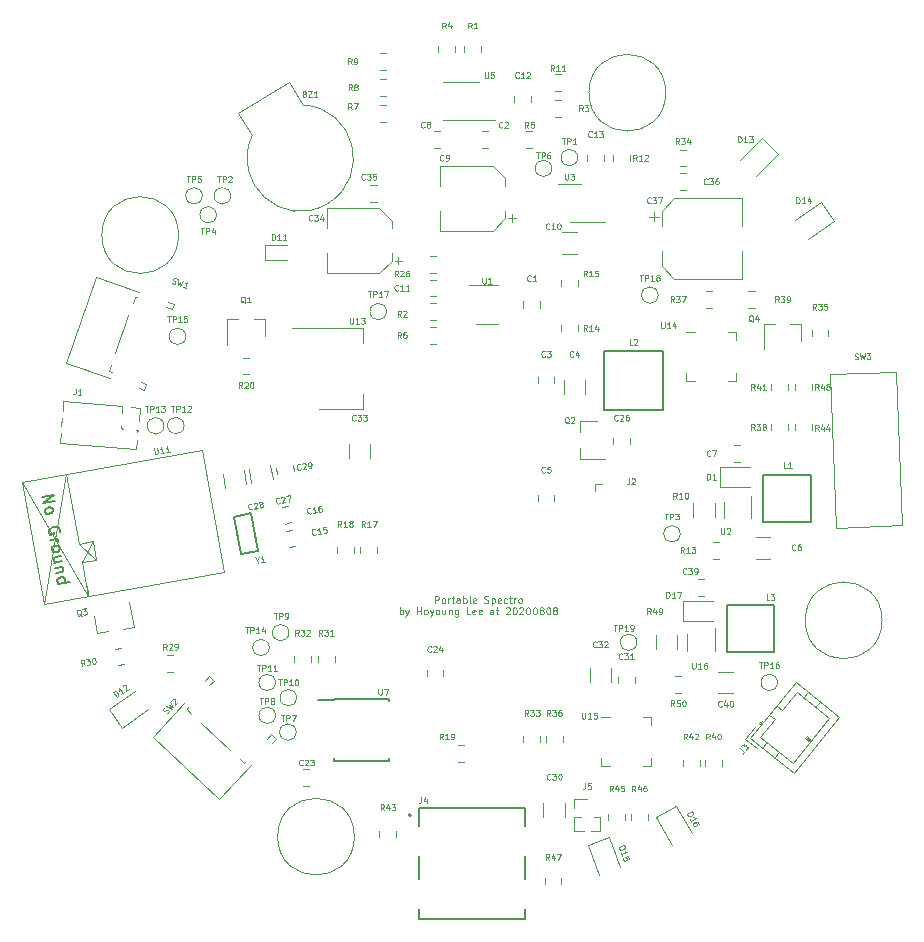
<source format=gbr>
%TF.GenerationSoftware,KiCad,Pcbnew,5.1.6+dfsg1-1*%
%TF.CreationDate,2020-08-08T17:15:22+09:00*%
%TF.ProjectId,portable_spectro_sch,706f7274-6162-46c6-955f-737065637472,rev?*%
%TF.SameCoordinates,Original*%
%TF.FileFunction,Legend,Top*%
%TF.FilePolarity,Positive*%
%FSLAX46Y46*%
G04 Gerber Fmt 4.6, Leading zero omitted, Abs format (unit mm)*
G04 Created by KiCad (PCBNEW 5.1.6+dfsg1-1) date 2020-08-08 17:15:22*
%MOMM*%
%LPD*%
G01*
G04 APERTURE LIST*
%ADD10C,0.070000*%
%ADD11C,0.050000*%
%ADD12C,0.120000*%
%ADD13C,0.127000*%
%ADD14C,0.200000*%
%ADD15C,0.150000*%
G04 APERTURE END LIST*
D10*
X217588571Y-83866428D02*
X217588571Y-83266428D01*
X217817142Y-83266428D01*
X217874285Y-83295000D01*
X217902857Y-83323571D01*
X217931428Y-83380714D01*
X217931428Y-83466428D01*
X217902857Y-83523571D01*
X217874285Y-83552142D01*
X217817142Y-83580714D01*
X217588571Y-83580714D01*
X218274285Y-83866428D02*
X218217142Y-83837857D01*
X218188571Y-83809285D01*
X218160000Y-83752142D01*
X218160000Y-83580714D01*
X218188571Y-83523571D01*
X218217142Y-83495000D01*
X218274285Y-83466428D01*
X218360000Y-83466428D01*
X218417142Y-83495000D01*
X218445714Y-83523571D01*
X218474285Y-83580714D01*
X218474285Y-83752142D01*
X218445714Y-83809285D01*
X218417142Y-83837857D01*
X218360000Y-83866428D01*
X218274285Y-83866428D01*
X218731428Y-83866428D02*
X218731428Y-83466428D01*
X218731428Y-83580714D02*
X218760000Y-83523571D01*
X218788571Y-83495000D01*
X218845714Y-83466428D01*
X218902857Y-83466428D01*
X219017142Y-83466428D02*
X219245714Y-83466428D01*
X219102857Y-83266428D02*
X219102857Y-83780714D01*
X219131428Y-83837857D01*
X219188571Y-83866428D01*
X219245714Y-83866428D01*
X219702857Y-83866428D02*
X219702857Y-83552142D01*
X219674285Y-83495000D01*
X219617142Y-83466428D01*
X219502857Y-83466428D01*
X219445714Y-83495000D01*
X219702857Y-83837857D02*
X219645714Y-83866428D01*
X219502857Y-83866428D01*
X219445714Y-83837857D01*
X219417142Y-83780714D01*
X219417142Y-83723571D01*
X219445714Y-83666428D01*
X219502857Y-83637857D01*
X219645714Y-83637857D01*
X219702857Y-83609285D01*
X219988571Y-83866428D02*
X219988571Y-83266428D01*
X219988571Y-83495000D02*
X220045714Y-83466428D01*
X220160000Y-83466428D01*
X220217142Y-83495000D01*
X220245714Y-83523571D01*
X220274285Y-83580714D01*
X220274285Y-83752142D01*
X220245714Y-83809285D01*
X220217142Y-83837857D01*
X220160000Y-83866428D01*
X220045714Y-83866428D01*
X219988571Y-83837857D01*
X220617142Y-83866428D02*
X220560000Y-83837857D01*
X220531428Y-83780714D01*
X220531428Y-83266428D01*
X221074285Y-83837857D02*
X221017142Y-83866428D01*
X220902857Y-83866428D01*
X220845714Y-83837857D01*
X220817142Y-83780714D01*
X220817142Y-83552142D01*
X220845714Y-83495000D01*
X220902857Y-83466428D01*
X221017142Y-83466428D01*
X221074285Y-83495000D01*
X221102857Y-83552142D01*
X221102857Y-83609285D01*
X220817142Y-83666428D01*
X221788571Y-83837857D02*
X221874285Y-83866428D01*
X222017142Y-83866428D01*
X222074285Y-83837857D01*
X222102857Y-83809285D01*
X222131428Y-83752142D01*
X222131428Y-83695000D01*
X222102857Y-83637857D01*
X222074285Y-83609285D01*
X222017142Y-83580714D01*
X221902857Y-83552142D01*
X221845714Y-83523571D01*
X221817142Y-83495000D01*
X221788571Y-83437857D01*
X221788571Y-83380714D01*
X221817142Y-83323571D01*
X221845714Y-83295000D01*
X221902857Y-83266428D01*
X222045714Y-83266428D01*
X222131428Y-83295000D01*
X222388571Y-83466428D02*
X222388571Y-84066428D01*
X222388571Y-83495000D02*
X222445714Y-83466428D01*
X222560000Y-83466428D01*
X222617142Y-83495000D01*
X222645714Y-83523571D01*
X222674285Y-83580714D01*
X222674285Y-83752142D01*
X222645714Y-83809285D01*
X222617142Y-83837857D01*
X222560000Y-83866428D01*
X222445714Y-83866428D01*
X222388571Y-83837857D01*
X223160000Y-83837857D02*
X223102857Y-83866428D01*
X222988571Y-83866428D01*
X222931428Y-83837857D01*
X222902857Y-83780714D01*
X222902857Y-83552142D01*
X222931428Y-83495000D01*
X222988571Y-83466428D01*
X223102857Y-83466428D01*
X223160000Y-83495000D01*
X223188571Y-83552142D01*
X223188571Y-83609285D01*
X222902857Y-83666428D01*
X223702857Y-83837857D02*
X223645714Y-83866428D01*
X223531428Y-83866428D01*
X223474285Y-83837857D01*
X223445714Y-83809285D01*
X223417142Y-83752142D01*
X223417142Y-83580714D01*
X223445714Y-83523571D01*
X223474285Y-83495000D01*
X223531428Y-83466428D01*
X223645714Y-83466428D01*
X223702857Y-83495000D01*
X223874285Y-83466428D02*
X224102857Y-83466428D01*
X223960000Y-83266428D02*
X223960000Y-83780714D01*
X223988571Y-83837857D01*
X224045714Y-83866428D01*
X224102857Y-83866428D01*
X224302857Y-83866428D02*
X224302857Y-83466428D01*
X224302857Y-83580714D02*
X224331428Y-83523571D01*
X224360000Y-83495000D01*
X224417142Y-83466428D01*
X224474285Y-83466428D01*
X224760000Y-83866428D02*
X224702857Y-83837857D01*
X224674285Y-83809285D01*
X224645714Y-83752142D01*
X224645714Y-83580714D01*
X224674285Y-83523571D01*
X224702857Y-83495000D01*
X224760000Y-83466428D01*
X224845714Y-83466428D01*
X224902857Y-83495000D01*
X224931428Y-83523571D01*
X224960000Y-83580714D01*
X224960000Y-83752142D01*
X224931428Y-83809285D01*
X224902857Y-83837857D01*
X224845714Y-83866428D01*
X224760000Y-83866428D01*
X214602857Y-84836428D02*
X214602857Y-84236428D01*
X214602857Y-84465000D02*
X214660000Y-84436428D01*
X214774285Y-84436428D01*
X214831428Y-84465000D01*
X214860000Y-84493571D01*
X214888571Y-84550714D01*
X214888571Y-84722142D01*
X214860000Y-84779285D01*
X214831428Y-84807857D01*
X214774285Y-84836428D01*
X214660000Y-84836428D01*
X214602857Y-84807857D01*
X215088571Y-84436428D02*
X215231428Y-84836428D01*
X215374285Y-84436428D02*
X215231428Y-84836428D01*
X215174285Y-84979285D01*
X215145714Y-85007857D01*
X215088571Y-85036428D01*
X216060000Y-84836428D02*
X216060000Y-84236428D01*
X216060000Y-84522142D02*
X216402857Y-84522142D01*
X216402857Y-84836428D02*
X216402857Y-84236428D01*
X216774285Y-84836428D02*
X216717142Y-84807857D01*
X216688571Y-84779285D01*
X216660000Y-84722142D01*
X216660000Y-84550714D01*
X216688571Y-84493571D01*
X216717142Y-84465000D01*
X216774285Y-84436428D01*
X216860000Y-84436428D01*
X216917142Y-84465000D01*
X216945714Y-84493571D01*
X216974285Y-84550714D01*
X216974285Y-84722142D01*
X216945714Y-84779285D01*
X216917142Y-84807857D01*
X216860000Y-84836428D01*
X216774285Y-84836428D01*
X217174285Y-84436428D02*
X217317142Y-84836428D01*
X217460000Y-84436428D02*
X217317142Y-84836428D01*
X217260000Y-84979285D01*
X217231428Y-85007857D01*
X217174285Y-85036428D01*
X217774285Y-84836428D02*
X217717142Y-84807857D01*
X217688571Y-84779285D01*
X217660000Y-84722142D01*
X217660000Y-84550714D01*
X217688571Y-84493571D01*
X217717142Y-84465000D01*
X217774285Y-84436428D01*
X217860000Y-84436428D01*
X217917142Y-84465000D01*
X217945714Y-84493571D01*
X217974285Y-84550714D01*
X217974285Y-84722142D01*
X217945714Y-84779285D01*
X217917142Y-84807857D01*
X217860000Y-84836428D01*
X217774285Y-84836428D01*
X218488571Y-84436428D02*
X218488571Y-84836428D01*
X218231428Y-84436428D02*
X218231428Y-84750714D01*
X218260000Y-84807857D01*
X218317142Y-84836428D01*
X218402857Y-84836428D01*
X218460000Y-84807857D01*
X218488571Y-84779285D01*
X218774285Y-84436428D02*
X218774285Y-84836428D01*
X218774285Y-84493571D02*
X218802857Y-84465000D01*
X218860000Y-84436428D01*
X218945714Y-84436428D01*
X219002857Y-84465000D01*
X219031428Y-84522142D01*
X219031428Y-84836428D01*
X219574285Y-84436428D02*
X219574285Y-84922142D01*
X219545714Y-84979285D01*
X219517142Y-85007857D01*
X219460000Y-85036428D01*
X219374285Y-85036428D01*
X219317142Y-85007857D01*
X219574285Y-84807857D02*
X219517142Y-84836428D01*
X219402857Y-84836428D01*
X219345714Y-84807857D01*
X219317142Y-84779285D01*
X219288571Y-84722142D01*
X219288571Y-84550714D01*
X219317142Y-84493571D01*
X219345714Y-84465000D01*
X219402857Y-84436428D01*
X219517142Y-84436428D01*
X219574285Y-84465000D01*
X220602857Y-84836428D02*
X220317142Y-84836428D01*
X220317142Y-84236428D01*
X221031428Y-84807857D02*
X220974285Y-84836428D01*
X220860000Y-84836428D01*
X220802857Y-84807857D01*
X220774285Y-84750714D01*
X220774285Y-84522142D01*
X220802857Y-84465000D01*
X220860000Y-84436428D01*
X220974285Y-84436428D01*
X221031428Y-84465000D01*
X221060000Y-84522142D01*
X221060000Y-84579285D01*
X220774285Y-84636428D01*
X221545714Y-84807857D02*
X221488571Y-84836428D01*
X221374285Y-84836428D01*
X221317142Y-84807857D01*
X221288571Y-84750714D01*
X221288571Y-84522142D01*
X221317142Y-84465000D01*
X221374285Y-84436428D01*
X221488571Y-84436428D01*
X221545714Y-84465000D01*
X221574285Y-84522142D01*
X221574285Y-84579285D01*
X221288571Y-84636428D01*
X222545714Y-84836428D02*
X222545714Y-84522142D01*
X222517142Y-84465000D01*
X222460000Y-84436428D01*
X222345714Y-84436428D01*
X222288571Y-84465000D01*
X222545714Y-84807857D02*
X222488571Y-84836428D01*
X222345714Y-84836428D01*
X222288571Y-84807857D01*
X222260000Y-84750714D01*
X222260000Y-84693571D01*
X222288571Y-84636428D01*
X222345714Y-84607857D01*
X222488571Y-84607857D01*
X222545714Y-84579285D01*
X222745714Y-84436428D02*
X222974285Y-84436428D01*
X222831428Y-84236428D02*
X222831428Y-84750714D01*
X222860000Y-84807857D01*
X222917142Y-84836428D01*
X222974285Y-84836428D01*
X223602857Y-84293571D02*
X223631428Y-84265000D01*
X223688571Y-84236428D01*
X223831428Y-84236428D01*
X223888571Y-84265000D01*
X223917142Y-84293571D01*
X223945714Y-84350714D01*
X223945714Y-84407857D01*
X223917142Y-84493571D01*
X223574285Y-84836428D01*
X223945714Y-84836428D01*
X224317142Y-84236428D02*
X224374285Y-84236428D01*
X224431428Y-84265000D01*
X224460000Y-84293571D01*
X224488571Y-84350714D01*
X224517142Y-84465000D01*
X224517142Y-84607857D01*
X224488571Y-84722142D01*
X224460000Y-84779285D01*
X224431428Y-84807857D01*
X224374285Y-84836428D01*
X224317142Y-84836428D01*
X224260000Y-84807857D01*
X224231428Y-84779285D01*
X224202857Y-84722142D01*
X224174285Y-84607857D01*
X224174285Y-84465000D01*
X224202857Y-84350714D01*
X224231428Y-84293571D01*
X224260000Y-84265000D01*
X224317142Y-84236428D01*
X224745714Y-84293571D02*
X224774285Y-84265000D01*
X224831428Y-84236428D01*
X224974285Y-84236428D01*
X225031428Y-84265000D01*
X225060000Y-84293571D01*
X225088571Y-84350714D01*
X225088571Y-84407857D01*
X225060000Y-84493571D01*
X224717142Y-84836428D01*
X225088571Y-84836428D01*
X225460000Y-84236428D02*
X225517142Y-84236428D01*
X225574285Y-84265000D01*
X225602857Y-84293571D01*
X225631428Y-84350714D01*
X225660000Y-84465000D01*
X225660000Y-84607857D01*
X225631428Y-84722142D01*
X225602857Y-84779285D01*
X225574285Y-84807857D01*
X225517142Y-84836428D01*
X225460000Y-84836428D01*
X225402857Y-84807857D01*
X225374285Y-84779285D01*
X225345714Y-84722142D01*
X225317142Y-84607857D01*
X225317142Y-84465000D01*
X225345714Y-84350714D01*
X225374285Y-84293571D01*
X225402857Y-84265000D01*
X225460000Y-84236428D01*
X226031428Y-84236428D02*
X226088571Y-84236428D01*
X226145714Y-84265000D01*
X226174285Y-84293571D01*
X226202857Y-84350714D01*
X226231428Y-84465000D01*
X226231428Y-84607857D01*
X226202857Y-84722142D01*
X226174285Y-84779285D01*
X226145714Y-84807857D01*
X226088571Y-84836428D01*
X226031428Y-84836428D01*
X225974285Y-84807857D01*
X225945714Y-84779285D01*
X225917142Y-84722142D01*
X225888571Y-84607857D01*
X225888571Y-84465000D01*
X225917142Y-84350714D01*
X225945714Y-84293571D01*
X225974285Y-84265000D01*
X226031428Y-84236428D01*
X226574285Y-84493571D02*
X226517142Y-84465000D01*
X226488571Y-84436428D01*
X226460000Y-84379285D01*
X226460000Y-84350714D01*
X226488571Y-84293571D01*
X226517142Y-84265000D01*
X226574285Y-84236428D01*
X226688571Y-84236428D01*
X226745714Y-84265000D01*
X226774285Y-84293571D01*
X226802857Y-84350714D01*
X226802857Y-84379285D01*
X226774285Y-84436428D01*
X226745714Y-84465000D01*
X226688571Y-84493571D01*
X226574285Y-84493571D01*
X226517142Y-84522142D01*
X226488571Y-84550714D01*
X226460000Y-84607857D01*
X226460000Y-84722142D01*
X226488571Y-84779285D01*
X226517142Y-84807857D01*
X226574285Y-84836428D01*
X226688571Y-84836428D01*
X226745714Y-84807857D01*
X226774285Y-84779285D01*
X226802857Y-84722142D01*
X226802857Y-84607857D01*
X226774285Y-84550714D01*
X226745714Y-84522142D01*
X226688571Y-84493571D01*
X227174285Y-84236428D02*
X227231428Y-84236428D01*
X227288571Y-84265000D01*
X227317142Y-84293571D01*
X227345714Y-84350714D01*
X227374285Y-84465000D01*
X227374285Y-84607857D01*
X227345714Y-84722142D01*
X227317142Y-84779285D01*
X227288571Y-84807857D01*
X227231428Y-84836428D01*
X227174285Y-84836428D01*
X227117142Y-84807857D01*
X227088571Y-84779285D01*
X227060000Y-84722142D01*
X227031428Y-84607857D01*
X227031428Y-84465000D01*
X227060000Y-84350714D01*
X227088571Y-84293571D01*
X227117142Y-84265000D01*
X227174285Y-84236428D01*
X227717142Y-84493571D02*
X227660000Y-84465000D01*
X227631428Y-84436428D01*
X227602857Y-84379285D01*
X227602857Y-84350714D01*
X227631428Y-84293571D01*
X227660000Y-84265000D01*
X227717142Y-84236428D01*
X227831428Y-84236428D01*
X227888571Y-84265000D01*
X227917142Y-84293571D01*
X227945714Y-84350714D01*
X227945714Y-84379285D01*
X227917142Y-84436428D01*
X227888571Y-84465000D01*
X227831428Y-84493571D01*
X227717142Y-84493571D01*
X227660000Y-84522142D01*
X227631428Y-84550714D01*
X227602857Y-84607857D01*
X227602857Y-84722142D01*
X227631428Y-84779285D01*
X227660000Y-84807857D01*
X227717142Y-84836428D01*
X227831428Y-84836428D01*
X227888571Y-84807857D01*
X227917142Y-84779285D01*
X227945714Y-84722142D01*
X227945714Y-84607857D01*
X227917142Y-84550714D01*
X227888571Y-84522142D01*
X227831428Y-84493571D01*
D11*
X195895671Y-52720090D02*
G75*
G03*
X195895671Y-52720090I-3250000J0D01*
G01*
X210779801Y-103652841D02*
G75*
G03*
X210779801Y-103652841I-3250000J0D01*
G01*
X237140199Y-40667159D02*
G75*
G03*
X237140199Y-40667159I-3250000J0D01*
G01*
X255452841Y-85340199D02*
G75*
G03*
X255452841Y-85340199I-3250000J0D01*
G01*
D12*
%TO.C,J1*%
X186145462Y-66770976D02*
X186073779Y-67590316D01*
X185909485Y-69468203D02*
X185837802Y-70287543D01*
X186020173Y-68203035D02*
X185963091Y-68855483D01*
X191141378Y-67208062D02*
X186145462Y-66770976D01*
X192283182Y-70851441D02*
X185837802Y-70287543D01*
X191141378Y-67208062D02*
X191092002Y-67772435D01*
X190993782Y-68895088D02*
X190981314Y-69037602D01*
X191029921Y-69095530D02*
X191172435Y-69107998D01*
X192295088Y-69206218D02*
X192426117Y-69217681D01*
X192426117Y-69217681D02*
X192408471Y-69419381D01*
X192354865Y-70032100D02*
X192283182Y-70851441D01*
X191898486Y-67274300D02*
X192655594Y-67340538D01*
X192655594Y-67340538D02*
X192557108Y-68466238D01*
%TO.C,U15*%
X235185000Y-93490000D02*
X235910000Y-93490000D01*
X235910000Y-93490000D02*
X235910000Y-94215000D01*
X232415000Y-97710000D02*
X231690000Y-97710000D01*
X231690000Y-97710000D02*
X231690000Y-96985000D01*
X235185000Y-97710000D02*
X235910000Y-97710000D01*
X235910000Y-97710000D02*
X235910000Y-96985000D01*
X232415000Y-93490000D02*
X231690000Y-93490000D01*
%TO.C,TP10*%
X205880000Y-91890000D02*
G75*
G03*
X205880000Y-91890000I-700000J0D01*
G01*
%TO.C,R31*%
X209110000Y-88858578D02*
X209110000Y-88341422D01*
X207690000Y-88858578D02*
X207690000Y-88341422D01*
%TO.C,C29*%
X205634115Y-72731359D02*
X205544312Y-72222060D01*
X204235688Y-72977940D02*
X204145885Y-72468641D01*
%TO.C,J2*%
X231150000Y-74420000D02*
X231150000Y-73785000D01*
X231150000Y-73785000D02*
X231785000Y-73785000D01*
%TO.C,U13*%
X205500000Y-60590000D02*
X211510000Y-60590000D01*
X207750000Y-67410000D02*
X211510000Y-67410000D01*
X211510000Y-60590000D02*
X211510000Y-61850000D01*
X211510000Y-67410000D02*
X211510000Y-66150000D01*
D11*
%TO.C,BZ1*%
X202129986Y-44280369D02*
X200966853Y-42344591D01*
X200966853Y-42344591D02*
X205252690Y-39769401D01*
X205252690Y-39769401D02*
X206415822Y-41705179D01*
X206415822Y-41705178D02*
G75*
G02*
X202129986Y-44280369I-215822J-4494822D01*
G01*
D12*
%TO.C,C30*%
X226790000Y-100797936D02*
X226790000Y-102002064D01*
X228610000Y-100797936D02*
X228610000Y-102002064D01*
%TO.C,D16*%
X236326116Y-102020747D02*
X237668616Y-104346025D01*
X237988884Y-101060747D02*
X236326116Y-102020747D01*
X239331384Y-103386025D02*
X237988884Y-101060747D01*
%TO.C,J5*%
X229390000Y-103165000D02*
X230192470Y-103165000D01*
X230807530Y-103165000D02*
X231610000Y-103165000D01*
X229390000Y-101960000D02*
X229390000Y-103165000D01*
X231610000Y-101960000D02*
X231610000Y-103165000D01*
X229390000Y-101960000D02*
X229936529Y-101960000D01*
X231063471Y-101960000D02*
X231610000Y-101960000D01*
X229390000Y-101200000D02*
X229390000Y-100440000D01*
X229390000Y-100440000D02*
X230500000Y-100440000D01*
D13*
%TO.C,J4*%
X216230000Y-101260000D02*
X225190000Y-101260000D01*
X225190000Y-101260000D02*
X225190000Y-102760000D01*
X216230000Y-101260000D02*
X216230000Y-102760000D01*
X225190000Y-107260000D02*
X225190000Y-105260000D01*
X216230000Y-105260000D02*
X216230000Y-107260000D01*
X216230000Y-109760000D02*
X216230000Y-110610000D01*
X216230000Y-110610000D02*
X225190000Y-110610000D01*
X225190000Y-110610000D02*
X225190000Y-109760000D01*
D14*
X215560000Y-101850000D02*
G75*
G03*
X215560000Y-101850000I-100000J0D01*
G01*
D12*
%TO.C,SW2*%
X201458714Y-97433965D02*
X201615574Y-97265754D01*
X199336084Y-100472672D02*
X193690033Y-95207645D01*
X193690033Y-95207645D02*
X196349827Y-92355366D01*
X204116892Y-95345883D02*
X203736588Y-94991244D01*
X199336084Y-100472672D02*
X201995877Y-97620393D01*
X196573271Y-92878216D02*
X196730131Y-92710005D01*
X203388769Y-95364234D02*
X203736588Y-94991244D01*
X203769073Y-95718873D02*
X204116892Y-95345883D01*
X196968202Y-93246495D02*
X196573271Y-92878216D01*
X198503327Y-90808485D02*
X198851146Y-90435495D01*
X198851146Y-90435495D02*
X198470842Y-90080856D01*
X198123023Y-90453846D02*
X198470842Y-90080856D01*
X201458714Y-97433965D02*
X201063783Y-97065686D01*
X200259294Y-96315488D02*
X197772691Y-93996693D01*
%TO.C,TP14*%
X203570000Y-87650000D02*
G75*
G03*
X203570000Y-87650000I-700000J0D01*
G01*
D11*
%TO.C,SW3*%
X251074859Y-64491678D02*
X256671448Y-64296241D01*
X251528552Y-77483759D02*
X251074859Y-64491678D01*
X257125141Y-77288322D02*
X251528552Y-77483759D01*
X256671448Y-64296241D02*
X257125141Y-77288322D01*
D12*
%TO.C,C1*%
X225090000Y-58341422D02*
X225090000Y-58858578D01*
X226510000Y-58341422D02*
X226510000Y-58858578D01*
%TO.C,C2*%
X222058578Y-45310000D02*
X221541422Y-45310000D01*
X222058578Y-43890000D02*
X221541422Y-43890000D01*
%TO.C,C3*%
X227710000Y-64741422D02*
X227710000Y-65258578D01*
X226290000Y-64741422D02*
X226290000Y-65258578D01*
%TO.C,C4*%
X228490000Y-64997936D02*
X228490000Y-66202064D01*
X230310000Y-64997936D02*
X230310000Y-66202064D01*
%TO.C,C5*%
X226290000Y-75258578D02*
X226290000Y-74741422D01*
X227710000Y-75258578D02*
X227710000Y-74741422D01*
%TO.C,C6*%
X246002064Y-80110000D02*
X244797936Y-80110000D01*
X246002064Y-78290000D02*
X244797936Y-78290000D01*
%TO.C,C7*%
X242941422Y-71910000D02*
X243458578Y-71910000D01*
X242941422Y-70490000D02*
X243458578Y-70490000D01*
%TO.C,C8*%
X218058578Y-43890000D02*
X217541422Y-43890000D01*
X218058578Y-45310000D02*
X217541422Y-45310000D01*
%TO.C,C9*%
X224112500Y-51597500D02*
X224112500Y-50972500D01*
X224425000Y-51285000D02*
X223800000Y-51285000D01*
X223560000Y-47904437D02*
X222495563Y-46840000D01*
X223560000Y-51295563D02*
X222495563Y-52360000D01*
X223560000Y-51295563D02*
X223560000Y-50660000D01*
X223560000Y-47904437D02*
X223560000Y-48540000D01*
X222495563Y-46840000D02*
X218040000Y-46840000D01*
X222495563Y-52360000D02*
X218040000Y-52360000D01*
X218040000Y-52360000D02*
X218040000Y-50660000D01*
X218040000Y-46840000D02*
X218040000Y-48540000D01*
%TO.C,C10*%
X229602064Y-52490000D02*
X228397936Y-52490000D01*
X229602064Y-54310000D02*
X228397936Y-54310000D01*
%TO.C,C11*%
X217141422Y-57910000D02*
X217658578Y-57910000D01*
X217141422Y-56490000D02*
X217658578Y-56490000D01*
%TO.C,C12*%
X224290000Y-40941422D02*
X224290000Y-41458578D01*
X225710000Y-40941422D02*
X225710000Y-41458578D01*
%TO.C,C13*%
X230490000Y-46458578D02*
X230490000Y-45941422D01*
X231910000Y-46458578D02*
X231910000Y-45941422D01*
%TO.C,C15*%
X205777940Y-79054312D02*
X205268641Y-79144115D01*
X205531359Y-77655885D02*
X205022060Y-77745688D01*
%TO.C,C16*%
X205131359Y-75655885D02*
X204622060Y-75745688D01*
X205377940Y-77054312D02*
X204868641Y-77144115D01*
%TO.C,C23*%
X206978578Y-97940000D02*
X206461422Y-97940000D01*
X206978578Y-99360000D02*
X206461422Y-99360000D01*
%TO.C,C24*%
X216890000Y-90058578D02*
X216890000Y-89541422D01*
X218310000Y-90058578D02*
X218310000Y-89541422D01*
%TO.C,C27*%
X202058372Y-73730937D02*
X201849278Y-72545103D01*
X203850722Y-73414897D02*
X203641628Y-72229063D01*
%TO.C,C28*%
X201640722Y-73804897D02*
X201431628Y-72619063D01*
X199848372Y-74120937D02*
X199639278Y-72935103D01*
%TO.C,C31*%
X233090000Y-90101422D02*
X233090000Y-90618578D01*
X234510000Y-90101422D02*
X234510000Y-90618578D01*
%TO.C,C32*%
X232510000Y-90542064D02*
X232510000Y-89337936D01*
X230690000Y-90542064D02*
X230690000Y-89337936D01*
%TO.C,C33*%
X212110000Y-70397936D02*
X212110000Y-71602064D01*
X210290000Y-70397936D02*
X210290000Y-71602064D01*
%TO.C,C35*%
X212658578Y-48490000D02*
X212141422Y-48490000D01*
X212658578Y-49910000D02*
X212141422Y-49910000D01*
%TO.C,C36*%
X238858578Y-48910000D02*
X238341422Y-48910000D01*
X238858578Y-47490000D02*
X238341422Y-47490000D01*
%TO.C,C37*%
X243610000Y-56410000D02*
X243610000Y-54060000D01*
X243610000Y-49590000D02*
X243610000Y-51940000D01*
X237854437Y-49590000D02*
X243610000Y-49590000D01*
X237854437Y-56410000D02*
X243610000Y-56410000D01*
X236790000Y-55345563D02*
X236790000Y-54060000D01*
X236790000Y-50654437D02*
X236790000Y-51940000D01*
X236790000Y-50654437D02*
X237854437Y-49590000D01*
X236790000Y-55345563D02*
X237854437Y-56410000D01*
X235762500Y-51152500D02*
X236550000Y-51152500D01*
X236156250Y-50758750D02*
X236156250Y-51546250D01*
%TO.C,D1*%
X241700000Y-72350000D02*
X241700000Y-74050000D01*
X241700000Y-74050000D02*
X244250000Y-74050000D01*
X241700000Y-72350000D02*
X244250000Y-72350000D01*
%TO.C,D12*%
X191130362Y-94422862D02*
X193329785Y-92882810D01*
X190029095Y-92850090D02*
X191130362Y-94422862D01*
X192228519Y-91310038D02*
X190029095Y-92850090D01*
%TO.C,D13*%
X244781716Y-47725929D02*
X246680297Y-45827348D01*
X246680297Y-45827348D02*
X245322652Y-44469703D01*
X245322652Y-44469703D02*
X243424071Y-46368284D01*
%TO.C,D14*%
X249211481Y-53029962D02*
X251410905Y-51489910D01*
X251410905Y-51489910D02*
X250309638Y-49917138D01*
X250309638Y-49917138D02*
X248110215Y-51457190D01*
%TO.C,D15*%
X233274125Y-106231353D02*
X232355801Y-103708279D01*
X232355801Y-103708279D02*
X230551591Y-104364957D01*
X230551591Y-104364957D02*
X231469915Y-106888032D01*
%TO.C,J3*%
X244296966Y-95331851D02*
X247965095Y-98302243D01*
X247965095Y-98302243D02*
X251816536Y-93546110D01*
X251816536Y-93546110D02*
X248148407Y-90575717D01*
X248148407Y-90575717D02*
X244296966Y-95331851D01*
X245404570Y-93964074D02*
X245249141Y-93838210D01*
X245249141Y-93838210D02*
X245060344Y-94071354D01*
X245060344Y-94071354D02*
X245215774Y-94197218D01*
X245326855Y-93901142D02*
X245138059Y-94134286D01*
X245908026Y-93342357D02*
X246382085Y-93726243D01*
X246382085Y-93726243D02*
X245154910Y-95241677D01*
X245154910Y-95241677D02*
X247874921Y-97444299D01*
X247874921Y-97444299D02*
X250958591Y-93636283D01*
X250958591Y-93636283D02*
X248238580Y-91433662D01*
X248238580Y-91433662D02*
X247011405Y-92949097D01*
X247011405Y-92949097D02*
X246537346Y-92565211D01*
X245315027Y-96156260D02*
X245698912Y-95682201D01*
X246325317Y-96974377D02*
X246709202Y-96500318D01*
X249166468Y-91400127D02*
X248782582Y-91874186D01*
X250176758Y-92218244D02*
X249792872Y-92692303D01*
X249353824Y-95618006D02*
X248965251Y-95303345D01*
X248965251Y-95303345D02*
X249091115Y-95147916D01*
X249091115Y-95147916D02*
X249479688Y-95462576D01*
X249416756Y-95540291D02*
X249028183Y-95225631D01*
X244661676Y-94404766D02*
X243875026Y-95376198D01*
X243875026Y-95376198D02*
X244846458Y-96162849D01*
%TO.C,Q3*%
X188969555Y-86437783D02*
X189884857Y-86273094D01*
X192079613Y-85878195D02*
X191164312Y-86042884D01*
X192079613Y-85878195D02*
X191697110Y-83752332D01*
X188969555Y-86437783D02*
X188711012Y-85000857D01*
%TO.C,Q4*%
X248580000Y-60240000D02*
X247650000Y-60240000D01*
X245420000Y-60240000D02*
X246350000Y-60240000D01*
X245420000Y-60240000D02*
X245420000Y-62400000D01*
X248580000Y-60240000D02*
X248580000Y-61700000D01*
%TO.C,R1*%
X220090000Y-37258578D02*
X220090000Y-36741422D01*
X221510000Y-37258578D02*
X221510000Y-36741422D01*
%TO.C,R2*%
X217658578Y-58490000D02*
X217141422Y-58490000D01*
X217658578Y-59910000D02*
X217141422Y-59910000D01*
%TO.C,R3*%
X227741422Y-42710000D02*
X228258578Y-42710000D01*
X227741422Y-41290000D02*
X228258578Y-41290000D01*
%TO.C,R4*%
X217890000Y-36741422D02*
X217890000Y-37258578D01*
X219310000Y-36741422D02*
X219310000Y-37258578D01*
%TO.C,R5*%
X225858578Y-45310000D02*
X225341422Y-45310000D01*
X225858578Y-43890000D02*
X225341422Y-43890000D01*
%TO.C,R6*%
X217141422Y-60490000D02*
X217658578Y-60490000D01*
X217141422Y-61910000D02*
X217658578Y-61910000D01*
%TO.C,R7*%
X212941422Y-41690000D02*
X213458578Y-41690000D01*
X212941422Y-43110000D02*
X213458578Y-43110000D01*
%TO.C,R8*%
X212941422Y-40910000D02*
X213458578Y-40910000D01*
X212941422Y-39490000D02*
X213458578Y-39490000D01*
%TO.C,R9*%
X212941422Y-37290000D02*
X213458578Y-37290000D01*
X212941422Y-38710000D02*
X213458578Y-38710000D01*
%TO.C,R10*%
X241310000Y-75397936D02*
X241310000Y-76602064D01*
X239490000Y-75397936D02*
X239490000Y-76602064D01*
%TO.C,R11*%
X227741422Y-39090000D02*
X228258578Y-39090000D01*
X227741422Y-40510000D02*
X228258578Y-40510000D01*
%TO.C,R12*%
X234110000Y-46458578D02*
X234110000Y-45941422D01*
X232690000Y-46458578D02*
X232690000Y-45941422D01*
%TO.C,R13*%
X241658578Y-78690000D02*
X241141422Y-78690000D01*
X241658578Y-80110000D02*
X241141422Y-80110000D01*
%TO.C,R14*%
X228290000Y-60341422D02*
X228290000Y-60858578D01*
X229710000Y-60341422D02*
X229710000Y-60858578D01*
%TO.C,R15*%
X229710000Y-56541422D02*
X229710000Y-57058578D01*
X228290000Y-56541422D02*
X228290000Y-57058578D01*
%TO.C,R17*%
X212710000Y-79141422D02*
X212710000Y-79658578D01*
X211290000Y-79141422D02*
X211290000Y-79658578D01*
%TO.C,R18*%
X209290000Y-79141422D02*
X209290000Y-79658578D01*
X210710000Y-79141422D02*
X210710000Y-79658578D01*
%TO.C,R19*%
X220058578Y-97310000D02*
X219541422Y-97310000D01*
X220058578Y-95890000D02*
X219541422Y-95890000D01*
%TO.C,R26*%
X217658578Y-55910000D02*
X217141422Y-55910000D01*
X217658578Y-54490000D02*
X217141422Y-54490000D01*
%TO.C,R30*%
X190549779Y-87747011D02*
X191058761Y-87655431D01*
X190801239Y-89144569D02*
X191310221Y-89052989D01*
%TO.C,R29*%
X194941422Y-89710000D02*
X195458578Y-89710000D01*
X194941422Y-88290000D02*
X195458578Y-88290000D01*
%TO.C,R32*%
X205690000Y-88858578D02*
X205690000Y-88341422D01*
X207110000Y-88858578D02*
X207110000Y-88341422D01*
%TO.C,R33*%
X225090000Y-95141422D02*
X225090000Y-95658578D01*
X226510000Y-95141422D02*
X226510000Y-95658578D01*
%TO.C,R34*%
X238341422Y-46910000D02*
X238858578Y-46910000D01*
X238341422Y-45490000D02*
X238858578Y-45490000D01*
%TO.C,R35*%
X250910000Y-61258578D02*
X250910000Y-60741422D01*
X249490000Y-61258578D02*
X249490000Y-60741422D01*
%TO.C,R36*%
X226990000Y-95658578D02*
X226990000Y-95141422D01*
X228410000Y-95658578D02*
X228410000Y-95141422D01*
%TO.C,R37*%
X240541422Y-58910000D02*
X241058578Y-58910000D01*
X240541422Y-57490000D02*
X241058578Y-57490000D01*
%TO.C,R38*%
X246090000Y-69258578D02*
X246090000Y-68741422D01*
X247510000Y-69258578D02*
X247510000Y-68741422D01*
%TO.C,R39*%
X244141422Y-57490000D02*
X244658578Y-57490000D01*
X244141422Y-58910000D02*
X244658578Y-58910000D01*
%TO.C,R40*%
X241910000Y-97141422D02*
X241910000Y-97658578D01*
X240490000Y-97141422D02*
X240490000Y-97658578D01*
%TO.C,R41*%
X247510000Y-65858578D02*
X247510000Y-65341422D01*
X246090000Y-65858578D02*
X246090000Y-65341422D01*
%TO.C,R42*%
X238590000Y-97141422D02*
X238590000Y-97658578D01*
X240010000Y-97141422D02*
X240010000Y-97658578D01*
%TO.C,R43*%
X212890000Y-103658578D02*
X212890000Y-103141422D01*
X214310000Y-103658578D02*
X214310000Y-103141422D01*
%TO.C,R44*%
X249510000Y-69258578D02*
X249510000Y-68741422D01*
X248090000Y-69258578D02*
X248090000Y-68741422D01*
%TO.C,R45*%
X233710000Y-101741422D02*
X233710000Y-102258578D01*
X232290000Y-101741422D02*
X232290000Y-102258578D01*
%TO.C,R46*%
X235610000Y-101741422D02*
X235610000Y-102258578D01*
X234190000Y-101741422D02*
X234190000Y-102258578D01*
%TO.C,R47*%
X228310000Y-107658578D02*
X228310000Y-107141422D01*
X226890000Y-107658578D02*
X226890000Y-107141422D01*
%TO.C,R48*%
X249510000Y-65858578D02*
X249510000Y-65341422D01*
X248090000Y-65858578D02*
X248090000Y-65341422D01*
%TO.C,TP1*%
X229680000Y-46160000D02*
G75*
G03*
X229680000Y-46160000I-700000J0D01*
G01*
%TO.C,TP2*%
X200300000Y-49400000D02*
G75*
G03*
X200300000Y-49400000I-700000J0D01*
G01*
%TO.C,TP3*%
X238370000Y-78020000D02*
G75*
G03*
X238370000Y-78020000I-700000J0D01*
G01*
%TO.C,TP4*%
X199100000Y-51000000D02*
G75*
G03*
X199100000Y-51000000I-700000J0D01*
G01*
%TO.C,TP5*%
X197900000Y-49400000D02*
G75*
G03*
X197900000Y-49400000I-700000J0D01*
G01*
%TO.C,TP6*%
X227490000Y-47080000D02*
G75*
G03*
X227490000Y-47080000I-700000J0D01*
G01*
%TO.C,TP7*%
X205850000Y-94800000D02*
G75*
G03*
X205850000Y-94800000I-700000J0D01*
G01*
%TO.C,TP11*%
X204100000Y-90600000D02*
G75*
G03*
X204100000Y-90600000I-700000J0D01*
G01*
%TO.C,TP8*%
X204100000Y-93380000D02*
G75*
G03*
X204100000Y-93380000I-700000J0D01*
G01*
%TO.C,TP9*%
X205240000Y-86380000D02*
G75*
G03*
X205240000Y-86380000I-700000J0D01*
G01*
%TO.C,TP12*%
X196360000Y-68850000D02*
G75*
G03*
X196360000Y-68850000I-700000J0D01*
G01*
%TO.C,TP13*%
X194650000Y-68870000D02*
G75*
G03*
X194650000Y-68870000I-700000J0D01*
G01*
%TO.C,TP15*%
X196500000Y-61300000D02*
G75*
G03*
X196500000Y-61300000I-700000J0D01*
G01*
%TO.C,TP16*%
X246610000Y-90600000D02*
G75*
G03*
X246610000Y-90600000I-700000J0D01*
G01*
%TO.C,TP17*%
X213500000Y-59200000D02*
G75*
G03*
X213500000Y-59200000I-700000J0D01*
G01*
%TO.C,TP18*%
X236500000Y-57800000D02*
G75*
G03*
X236500000Y-57800000I-700000J0D01*
G01*
%TO.C,U1*%
X222900000Y-56990000D02*
X220450000Y-56990000D01*
X221100000Y-60210000D02*
X222900000Y-60210000D01*
%TO.C,U2*%
X244360000Y-76700000D02*
X244360000Y-74800000D01*
X242040000Y-75300000D02*
X242040000Y-76700000D01*
%TO.C,U3*%
X229000000Y-51620000D02*
X232000000Y-51620000D01*
X228000000Y-48380000D02*
X230000000Y-48380000D01*
%TO.C,U5*%
X219800000Y-43010000D02*
X222725000Y-43010000D01*
X219800000Y-43010000D02*
X218300000Y-43010000D01*
X219800000Y-39790000D02*
X221300000Y-39790000D01*
X219800000Y-39790000D02*
X218300000Y-39790000D01*
D15*
%TO.C,U7*%
X209075000Y-91975000D02*
X209075000Y-92100000D01*
X213725000Y-91975000D02*
X213725000Y-92200000D01*
X213725000Y-97225000D02*
X213725000Y-97000000D01*
X209075000Y-97225000D02*
X209075000Y-97000000D01*
X209075000Y-91975000D02*
X213725000Y-91975000D01*
X209075000Y-97225000D02*
X213725000Y-97225000D01*
X209075000Y-92100000D02*
X207725000Y-92100000D01*
D11*
%TO.C,U11*%
X199777211Y-81244620D02*
X197917821Y-70910566D01*
X197917821Y-70910566D02*
X182662789Y-73655380D01*
X182662789Y-73655380D02*
X184522179Y-83989434D01*
X184522179Y-83989434D02*
X199777211Y-81244620D01*
X187456387Y-78838420D02*
X188637421Y-78625919D01*
X188637421Y-78625919D02*
X188920757Y-80200633D01*
X188920757Y-80200633D02*
X187739723Y-80413134D01*
X188102747Y-82430735D02*
X188208998Y-83021253D01*
X187739722Y-80413135D02*
X188262122Y-83316512D01*
X187456387Y-78838422D02*
X186402732Y-72982458D01*
X188262122Y-83316512D02*
X182662789Y-73655380D01*
X186402732Y-72982458D02*
X184522179Y-83989434D01*
X188920757Y-80200633D02*
X187456387Y-78838422D01*
X187739722Y-80413135D02*
X188637421Y-78625920D01*
D12*
%TO.C,U14*%
X242410000Y-60890000D02*
X243110000Y-60890000D01*
X243110000Y-60890000D02*
X243110000Y-61590000D01*
X239590000Y-65110000D02*
X238890000Y-65110000D01*
X238890000Y-65110000D02*
X238890000Y-64410000D01*
X242410000Y-65110000D02*
X243110000Y-65110000D01*
X243110000Y-65110000D02*
X243110000Y-64410000D01*
X239590000Y-60890000D02*
X238890000Y-60890000D01*
D15*
%TO.C,Y1*%
X202616443Y-79445456D02*
X202060769Y-76294071D01*
X202060769Y-76294071D02*
X200583557Y-76554544D01*
X200583557Y-76554544D02*
X201139231Y-79705929D01*
X201139231Y-79705929D02*
X202616443Y-79445456D01*
%TO.C,L1*%
X245400000Y-73000000D02*
X249400000Y-73000000D01*
X245400000Y-77000000D02*
X245400000Y-73000000D01*
X249400000Y-77000000D02*
X245400000Y-77000000D01*
X249400000Y-73000000D02*
X249400000Y-77000000D01*
%TO.C,L2*%
X231900000Y-67500000D02*
X231900000Y-62500000D01*
X231900000Y-62500000D02*
X236900000Y-62500000D01*
X236900000Y-62500000D02*
X236900000Y-67500000D01*
X236900000Y-67500000D02*
X231900000Y-67500000D01*
D12*
%TO.C,C34*%
X214512500Y-55197500D02*
X214512500Y-54572500D01*
X214825000Y-54885000D02*
X214200000Y-54885000D01*
X213960000Y-51504437D02*
X212895563Y-50440000D01*
X213960000Y-54895563D02*
X212895563Y-55960000D01*
X213960000Y-54895563D02*
X213960000Y-54260000D01*
X213960000Y-51504437D02*
X213960000Y-52140000D01*
X212895563Y-50440000D02*
X208440000Y-50440000D01*
X212895563Y-55960000D02*
X208440000Y-55960000D01*
X208440000Y-55960000D02*
X208440000Y-54260000D01*
X208440000Y-50440000D02*
X208440000Y-52140000D01*
%TO.C,SW1*%
X190012284Y-64246416D02*
X190229753Y-64321297D01*
X186372935Y-63543251D02*
X188886321Y-56243847D01*
X188886321Y-56243847D02*
X192573844Y-57513563D01*
X193001020Y-65825484D02*
X193170316Y-65333814D01*
X186372935Y-63543251D02*
X190060458Y-64812967D01*
X192187079Y-57930352D02*
X192404548Y-58005233D01*
X192688101Y-65167774D02*
X193170316Y-65333814D01*
X192518806Y-65659444D02*
X193001020Y-65825484D01*
X192011272Y-58440932D02*
X192187079Y-57930352D01*
X194862897Y-58851710D02*
X195345111Y-59017750D01*
X195345111Y-59017750D02*
X195514406Y-58526080D01*
X195032192Y-58360040D02*
X195514406Y-58526080D01*
X190012284Y-64246416D02*
X190188091Y-63735836D01*
X190546216Y-62695766D02*
X191653147Y-59481003D01*
%TO.C,D11*%
X203250000Y-53600000D02*
X203250000Y-54800000D01*
X205100000Y-53600000D02*
X203250000Y-53600000D01*
X205100000Y-54800000D02*
X203250000Y-54800000D01*
%TO.C,Q1*%
X203180000Y-59840000D02*
X202250000Y-59840000D01*
X200020000Y-59840000D02*
X200950000Y-59840000D01*
X200020000Y-59840000D02*
X200020000Y-62000000D01*
X203180000Y-59840000D02*
X203180000Y-61300000D01*
%TO.C,R20*%
X201858578Y-64510000D02*
X201341422Y-64510000D01*
X201858578Y-63090000D02*
X201341422Y-63090000D01*
%TO.C,C26*%
X232690000Y-69891422D02*
X232690000Y-70408578D01*
X234110000Y-69891422D02*
X234110000Y-70408578D01*
%TO.C,Q2*%
X229840000Y-68490000D02*
X231300000Y-68490000D01*
X229840000Y-71650000D02*
X232000000Y-71650000D01*
X229840000Y-71650000D02*
X229840000Y-70720000D01*
X229840000Y-68490000D02*
X229840000Y-69420000D01*
%TO.C,C39*%
X239851422Y-83250000D02*
X240368578Y-83250000D01*
X239851422Y-81830000D02*
X240368578Y-81830000D01*
%TO.C,C40*%
X242802064Y-89690000D02*
X241597936Y-89690000D01*
X242802064Y-91510000D02*
X241597936Y-91510000D01*
%TO.C,D17*%
X238610000Y-83690000D02*
X241160000Y-83690000D01*
X238610000Y-85390000D02*
X241160000Y-85390000D01*
X238610000Y-83690000D02*
X238610000Y-85390000D01*
D15*
%TO.C,L3*%
X246310000Y-84000000D02*
X246310000Y-88000000D01*
X246310000Y-88000000D02*
X242310000Y-88000000D01*
X242310000Y-88000000D02*
X242310000Y-84000000D01*
X242310000Y-84000000D02*
X246310000Y-84000000D01*
D12*
%TO.C,R49*%
X236290000Y-86597936D02*
X236290000Y-87802064D01*
X238110000Y-86597936D02*
X238110000Y-87802064D01*
%TO.C,R50*%
X238458578Y-90030000D02*
X237941422Y-90030000D01*
X238458578Y-91450000D02*
X237941422Y-91450000D01*
%TO.C,TP19*%
X234700000Y-87200000D02*
G75*
G03*
X234700000Y-87200000I-700000J0D01*
G01*
%TO.C,U16*%
X238950000Y-86500000D02*
X238950000Y-87900000D01*
X241270000Y-87900000D02*
X241270000Y-86000000D01*
%TO.C,J1*%
D10*
X187217831Y-65732706D02*
X187186704Y-66088490D01*
X187156760Y-66157571D01*
X187105172Y-66200859D01*
X187031940Y-66218352D01*
X186984502Y-66214202D01*
X187672351Y-66274381D02*
X187387724Y-66249480D01*
X187530037Y-66261930D02*
X187573615Y-65763833D01*
X187519952Y-65830839D01*
X187468364Y-65874127D01*
X187418851Y-65893696D01*
%TO.C,U15*%
X230050952Y-93156190D02*
X230050952Y-93560952D01*
X230074761Y-93608571D01*
X230098571Y-93632380D01*
X230146190Y-93656190D01*
X230241428Y-93656190D01*
X230289047Y-93632380D01*
X230312857Y-93608571D01*
X230336666Y-93560952D01*
X230336666Y-93156190D01*
X230836666Y-93656190D02*
X230550952Y-93656190D01*
X230693809Y-93656190D02*
X230693809Y-93156190D01*
X230646190Y-93227619D01*
X230598571Y-93275238D01*
X230550952Y-93299047D01*
X231289047Y-93156190D02*
X231050952Y-93156190D01*
X231027142Y-93394285D01*
X231050952Y-93370476D01*
X231098571Y-93346666D01*
X231217619Y-93346666D01*
X231265238Y-93370476D01*
X231289047Y-93394285D01*
X231312857Y-93441904D01*
X231312857Y-93560952D01*
X231289047Y-93608571D01*
X231265238Y-93632380D01*
X231217619Y-93656190D01*
X231098571Y-93656190D01*
X231050952Y-93632380D01*
X231027142Y-93608571D01*
%TO.C,TP10*%
X204330952Y-90326190D02*
X204616666Y-90326190D01*
X204473809Y-90826190D02*
X204473809Y-90326190D01*
X204783333Y-90826190D02*
X204783333Y-90326190D01*
X204973809Y-90326190D01*
X205021428Y-90350000D01*
X205045238Y-90373809D01*
X205069047Y-90421428D01*
X205069047Y-90492857D01*
X205045238Y-90540476D01*
X205021428Y-90564285D01*
X204973809Y-90588095D01*
X204783333Y-90588095D01*
X205545238Y-90826190D02*
X205259523Y-90826190D01*
X205402380Y-90826190D02*
X205402380Y-90326190D01*
X205354761Y-90397619D01*
X205307142Y-90445238D01*
X205259523Y-90469047D01*
X205854761Y-90326190D02*
X205902380Y-90326190D01*
X205950000Y-90350000D01*
X205973809Y-90373809D01*
X205997619Y-90421428D01*
X206021428Y-90516666D01*
X206021428Y-90635714D01*
X205997619Y-90730952D01*
X205973809Y-90778571D01*
X205950000Y-90802380D01*
X205902380Y-90826190D01*
X205854761Y-90826190D01*
X205807142Y-90802380D01*
X205783333Y-90778571D01*
X205759523Y-90730952D01*
X205735714Y-90635714D01*
X205735714Y-90516666D01*
X205759523Y-90421428D01*
X205783333Y-90373809D01*
X205807142Y-90350000D01*
X205854761Y-90326190D01*
%TO.C,R31*%
X208078571Y-86626190D02*
X207911904Y-86388095D01*
X207792857Y-86626190D02*
X207792857Y-86126190D01*
X207983333Y-86126190D01*
X208030952Y-86150000D01*
X208054761Y-86173809D01*
X208078571Y-86221428D01*
X208078571Y-86292857D01*
X208054761Y-86340476D01*
X208030952Y-86364285D01*
X207983333Y-86388095D01*
X207792857Y-86388095D01*
X208245238Y-86126190D02*
X208554761Y-86126190D01*
X208388095Y-86316666D01*
X208459523Y-86316666D01*
X208507142Y-86340476D01*
X208530952Y-86364285D01*
X208554761Y-86411904D01*
X208554761Y-86530952D01*
X208530952Y-86578571D01*
X208507142Y-86602380D01*
X208459523Y-86626190D01*
X208316666Y-86626190D01*
X208269047Y-86602380D01*
X208245238Y-86578571D01*
X209030952Y-86626190D02*
X208745238Y-86626190D01*
X208888095Y-86626190D02*
X208888095Y-86126190D01*
X208840476Y-86197619D01*
X208792857Y-86245238D01*
X208745238Y-86269047D01*
%TO.C,C29*%
X206244463Y-72541674D02*
X206225149Y-72569256D01*
X206158941Y-72605107D01*
X206112045Y-72613376D01*
X206037567Y-72602332D01*
X205982402Y-72563705D01*
X205950686Y-72520944D01*
X205910700Y-72431287D01*
X205898297Y-72360944D01*
X205905206Y-72263018D01*
X205920385Y-72211988D01*
X205959012Y-72156823D01*
X206025221Y-72120972D01*
X206072116Y-72112703D01*
X206146594Y-72123748D01*
X206174177Y-72143061D01*
X206361759Y-72109985D02*
X206381072Y-72082403D01*
X206423833Y-72050686D01*
X206541072Y-72030014D01*
X206592103Y-72045192D01*
X206619685Y-72064506D01*
X206651402Y-72107267D01*
X206659671Y-72154162D01*
X206648626Y-72228640D01*
X206416866Y-72559628D01*
X206721688Y-72505880D01*
X206956166Y-72464535D02*
X207049957Y-72447997D01*
X207092718Y-72416280D01*
X207112031Y-72388698D01*
X207146524Y-72310085D01*
X207153434Y-72212160D01*
X207120358Y-72024577D01*
X207088641Y-71981816D01*
X207061059Y-71962503D01*
X207010029Y-71947324D01*
X206916237Y-71963862D01*
X206873476Y-71995579D01*
X206854163Y-72023161D01*
X206838984Y-72074191D01*
X206859656Y-72191430D01*
X206891373Y-72234191D01*
X206918956Y-72253504D01*
X206969986Y-72268683D01*
X207063777Y-72252145D01*
X207106538Y-72220429D01*
X207125851Y-72192846D01*
X207141030Y-72141816D01*
%TO.C,J2*%
X234033333Y-73326190D02*
X234033333Y-73683333D01*
X234009523Y-73754761D01*
X233961904Y-73802380D01*
X233890476Y-73826190D01*
X233842857Y-73826190D01*
X234247619Y-73373809D02*
X234271428Y-73350000D01*
X234319047Y-73326190D01*
X234438095Y-73326190D01*
X234485714Y-73350000D01*
X234509523Y-73373809D01*
X234533333Y-73421428D01*
X234533333Y-73469047D01*
X234509523Y-73540476D01*
X234223809Y-73826190D01*
X234533333Y-73826190D01*
%TO.C,U13*%
X210380952Y-59726190D02*
X210380952Y-60130952D01*
X210404761Y-60178571D01*
X210428571Y-60202380D01*
X210476190Y-60226190D01*
X210571428Y-60226190D01*
X210619047Y-60202380D01*
X210642857Y-60178571D01*
X210666666Y-60130952D01*
X210666666Y-59726190D01*
X211166666Y-60226190D02*
X210880952Y-60226190D01*
X211023809Y-60226190D02*
X211023809Y-59726190D01*
X210976190Y-59797619D01*
X210928571Y-59845238D01*
X210880952Y-59869047D01*
X211333333Y-59726190D02*
X211642857Y-59726190D01*
X211476190Y-59916666D01*
X211547619Y-59916666D01*
X211595238Y-59940476D01*
X211619047Y-59964285D01*
X211642857Y-60011904D01*
X211642857Y-60130952D01*
X211619047Y-60178571D01*
X211595238Y-60202380D01*
X211547619Y-60226190D01*
X211404761Y-60226190D01*
X211357142Y-60202380D01*
X211333333Y-60178571D01*
%TO.C,BZ1*%
X206559523Y-40764285D02*
X206630952Y-40788095D01*
X206654761Y-40811904D01*
X206678571Y-40859523D01*
X206678571Y-40930952D01*
X206654761Y-40978571D01*
X206630952Y-41002380D01*
X206583333Y-41026190D01*
X206392857Y-41026190D01*
X206392857Y-40526190D01*
X206559523Y-40526190D01*
X206607142Y-40550000D01*
X206630952Y-40573809D01*
X206654761Y-40621428D01*
X206654761Y-40669047D01*
X206630952Y-40716666D01*
X206607142Y-40740476D01*
X206559523Y-40764285D01*
X206392857Y-40764285D01*
X206845238Y-40526190D02*
X207178571Y-40526190D01*
X206845238Y-41026190D01*
X207178571Y-41026190D01*
X207630952Y-41026190D02*
X207345238Y-41026190D01*
X207488095Y-41026190D02*
X207488095Y-40526190D01*
X207440476Y-40597619D01*
X207392857Y-40645238D01*
X207345238Y-40669047D01*
%TO.C,C30*%
X227378571Y-98778571D02*
X227354761Y-98802380D01*
X227283333Y-98826190D01*
X227235714Y-98826190D01*
X227164285Y-98802380D01*
X227116666Y-98754761D01*
X227092857Y-98707142D01*
X227069047Y-98611904D01*
X227069047Y-98540476D01*
X227092857Y-98445238D01*
X227116666Y-98397619D01*
X227164285Y-98350000D01*
X227235714Y-98326190D01*
X227283333Y-98326190D01*
X227354761Y-98350000D01*
X227378571Y-98373809D01*
X227545238Y-98326190D02*
X227854761Y-98326190D01*
X227688095Y-98516666D01*
X227759523Y-98516666D01*
X227807142Y-98540476D01*
X227830952Y-98564285D01*
X227854761Y-98611904D01*
X227854761Y-98730952D01*
X227830952Y-98778571D01*
X227807142Y-98802380D01*
X227759523Y-98826190D01*
X227616666Y-98826190D01*
X227569047Y-98802380D01*
X227545238Y-98778571D01*
X228164285Y-98326190D02*
X228211904Y-98326190D01*
X228259523Y-98350000D01*
X228283333Y-98373809D01*
X228307142Y-98421428D01*
X228330952Y-98516666D01*
X228330952Y-98635714D01*
X228307142Y-98730952D01*
X228283333Y-98778571D01*
X228259523Y-98802380D01*
X228211904Y-98826190D01*
X228164285Y-98826190D01*
X228116666Y-98802380D01*
X228092857Y-98778571D01*
X228069047Y-98730952D01*
X228045238Y-98635714D01*
X228045238Y-98516666D01*
X228069047Y-98421428D01*
X228092857Y-98373809D01*
X228116666Y-98350000D01*
X228164285Y-98326190D01*
%TO.C,D16*%
X238929483Y-101762294D02*
X239362496Y-101512294D01*
X239422020Y-101615392D01*
X239437115Y-101689156D01*
X239419685Y-101754204D01*
X239390350Y-101798634D01*
X239319776Y-101866872D01*
X239257917Y-101902587D01*
X239163534Y-101929586D01*
X239110390Y-101932776D01*
X239045341Y-101915346D01*
X238989007Y-101865392D01*
X238929483Y-101762294D01*
X239310436Y-102422122D02*
X239167579Y-102174687D01*
X239239007Y-102298405D02*
X239672020Y-102048405D01*
X239586351Y-102042880D01*
X239521303Y-102025450D01*
X239476873Y-101996115D01*
X239957734Y-102543276D02*
X239910115Y-102460798D01*
X239865686Y-102431463D01*
X239833162Y-102422748D01*
X239747493Y-102417223D01*
X239653110Y-102444223D01*
X239488152Y-102539461D01*
X239458818Y-102583890D01*
X239450103Y-102616414D01*
X239453293Y-102669558D01*
X239500912Y-102752037D01*
X239545341Y-102781371D01*
X239577866Y-102790086D01*
X239631010Y-102786896D01*
X239734108Y-102727373D01*
X239763442Y-102682943D01*
X239772157Y-102650419D01*
X239768967Y-102597275D01*
X239721348Y-102514796D01*
X239676919Y-102485462D01*
X239644395Y-102476747D01*
X239591251Y-102479937D01*
%TO.C,J5*%
X230333333Y-99126190D02*
X230333333Y-99483333D01*
X230309523Y-99554761D01*
X230261904Y-99602380D01*
X230190476Y-99626190D01*
X230142857Y-99626190D01*
X230809523Y-99126190D02*
X230571428Y-99126190D01*
X230547619Y-99364285D01*
X230571428Y-99340476D01*
X230619047Y-99316666D01*
X230738095Y-99316666D01*
X230785714Y-99340476D01*
X230809523Y-99364285D01*
X230833333Y-99411904D01*
X230833333Y-99530952D01*
X230809523Y-99578571D01*
X230785714Y-99602380D01*
X230738095Y-99626190D01*
X230619047Y-99626190D01*
X230571428Y-99602380D01*
X230547619Y-99578571D01*
%TO.C,J4*%
X216433333Y-100326190D02*
X216433333Y-100683333D01*
X216409523Y-100754761D01*
X216361904Y-100802380D01*
X216290476Y-100826190D01*
X216242857Y-100826190D01*
X216885714Y-100492857D02*
X216885714Y-100826190D01*
X216766666Y-100302380D02*
X216647619Y-100659523D01*
X216957142Y-100659523D01*
%TO.C,SW2*%
X194893346Y-93225592D02*
X194959473Y-93189591D01*
X195040664Y-93102525D01*
X195055727Y-93051460D01*
X195054551Y-93017809D01*
X195035963Y-92967920D01*
X195001137Y-92935444D01*
X194950072Y-92920381D01*
X194916421Y-92921556D01*
X194866532Y-92940144D01*
X194784166Y-92993559D01*
X194734277Y-93012147D01*
X194700626Y-93013322D01*
X194649561Y-92998259D01*
X194614735Y-92965783D01*
X194596147Y-92915894D01*
X194594972Y-92882243D01*
X194610035Y-92831178D01*
X194691225Y-92744112D01*
X194757352Y-92708111D01*
X194853605Y-92569981D02*
X195300473Y-92823914D01*
X195104227Y-92510690D01*
X195430377Y-92684608D01*
X195145890Y-92256543D01*
X195294383Y-92167127D02*
X195293208Y-92133476D01*
X195308271Y-92082411D01*
X195389461Y-91995345D01*
X195439351Y-91976757D01*
X195473002Y-91975582D01*
X195524066Y-91990645D01*
X195558893Y-92023121D01*
X195594894Y-92089248D01*
X195608996Y-92493063D01*
X195820090Y-92266692D01*
%TO.C,TP14*%
X201530952Y-85926190D02*
X201816666Y-85926190D01*
X201673809Y-86426190D02*
X201673809Y-85926190D01*
X201983333Y-86426190D02*
X201983333Y-85926190D01*
X202173809Y-85926190D01*
X202221428Y-85950000D01*
X202245238Y-85973809D01*
X202269047Y-86021428D01*
X202269047Y-86092857D01*
X202245238Y-86140476D01*
X202221428Y-86164285D01*
X202173809Y-86188095D01*
X201983333Y-86188095D01*
X202745238Y-86426190D02*
X202459523Y-86426190D01*
X202602380Y-86426190D02*
X202602380Y-85926190D01*
X202554761Y-85997619D01*
X202507142Y-86045238D01*
X202459523Y-86069047D01*
X203173809Y-86092857D02*
X203173809Y-86426190D01*
X203054761Y-85902380D02*
X202935714Y-86259523D01*
X203245238Y-86259523D01*
%TO.C,SW3*%
X253140802Y-63225523D02*
X253213018Y-63246826D01*
X253331993Y-63242671D01*
X253378752Y-63217214D01*
X253401716Y-63192588D01*
X253423849Y-63144167D01*
X253422187Y-63096577D01*
X253396731Y-63049818D01*
X253372105Y-63026854D01*
X253323684Y-63004721D01*
X253227673Y-62984250D01*
X253179252Y-62962116D01*
X253154626Y-62939152D01*
X253129169Y-62892393D01*
X253127507Y-62844803D01*
X253149640Y-62796382D01*
X253172604Y-62771756D01*
X253219363Y-62746299D01*
X253338338Y-62742145D01*
X253410554Y-62763447D01*
X253576289Y-62733835D02*
X253712713Y-63229376D01*
X253795429Y-62869127D01*
X253903074Y-63222728D01*
X254004599Y-62718878D01*
X254147369Y-62713893D02*
X254456704Y-62703090D01*
X254296787Y-62899267D01*
X254368172Y-62896774D01*
X254416593Y-62918908D01*
X254441219Y-62941872D01*
X254466676Y-62988631D01*
X254470830Y-63107606D01*
X254448697Y-63156027D01*
X254425733Y-63180653D01*
X254378974Y-63206110D01*
X254236204Y-63211095D01*
X254187783Y-63188962D01*
X254163157Y-63165998D01*
%TO.C,C1*%
X225716666Y-56578571D02*
X225692857Y-56602380D01*
X225621428Y-56626190D01*
X225573809Y-56626190D01*
X225502380Y-56602380D01*
X225454761Y-56554761D01*
X225430952Y-56507142D01*
X225407142Y-56411904D01*
X225407142Y-56340476D01*
X225430952Y-56245238D01*
X225454761Y-56197619D01*
X225502380Y-56150000D01*
X225573809Y-56126190D01*
X225621428Y-56126190D01*
X225692857Y-56150000D01*
X225716666Y-56173809D01*
X226192857Y-56626190D02*
X225907142Y-56626190D01*
X226050000Y-56626190D02*
X226050000Y-56126190D01*
X226002380Y-56197619D01*
X225954761Y-56245238D01*
X225907142Y-56269047D01*
%TO.C,C2*%
X223316666Y-43578571D02*
X223292857Y-43602380D01*
X223221428Y-43626190D01*
X223173809Y-43626190D01*
X223102380Y-43602380D01*
X223054761Y-43554761D01*
X223030952Y-43507142D01*
X223007142Y-43411904D01*
X223007142Y-43340476D01*
X223030952Y-43245238D01*
X223054761Y-43197619D01*
X223102380Y-43150000D01*
X223173809Y-43126190D01*
X223221428Y-43126190D01*
X223292857Y-43150000D01*
X223316666Y-43173809D01*
X223507142Y-43173809D02*
X223530952Y-43150000D01*
X223578571Y-43126190D01*
X223697619Y-43126190D01*
X223745238Y-43150000D01*
X223769047Y-43173809D01*
X223792857Y-43221428D01*
X223792857Y-43269047D01*
X223769047Y-43340476D01*
X223483333Y-43626190D01*
X223792857Y-43626190D01*
%TO.C,C3*%
X226916666Y-62978571D02*
X226892857Y-63002380D01*
X226821428Y-63026190D01*
X226773809Y-63026190D01*
X226702380Y-63002380D01*
X226654761Y-62954761D01*
X226630952Y-62907142D01*
X226607142Y-62811904D01*
X226607142Y-62740476D01*
X226630952Y-62645238D01*
X226654761Y-62597619D01*
X226702380Y-62550000D01*
X226773809Y-62526190D01*
X226821428Y-62526190D01*
X226892857Y-62550000D01*
X226916666Y-62573809D01*
X227083333Y-62526190D02*
X227392857Y-62526190D01*
X227226190Y-62716666D01*
X227297619Y-62716666D01*
X227345238Y-62740476D01*
X227369047Y-62764285D01*
X227392857Y-62811904D01*
X227392857Y-62930952D01*
X227369047Y-62978571D01*
X227345238Y-63002380D01*
X227297619Y-63026190D01*
X227154761Y-63026190D01*
X227107142Y-63002380D01*
X227083333Y-62978571D01*
%TO.C,C4*%
X229316666Y-62998571D02*
X229292857Y-63022380D01*
X229221428Y-63046190D01*
X229173809Y-63046190D01*
X229102380Y-63022380D01*
X229054761Y-62974761D01*
X229030952Y-62927142D01*
X229007142Y-62831904D01*
X229007142Y-62760476D01*
X229030952Y-62665238D01*
X229054761Y-62617619D01*
X229102380Y-62570000D01*
X229173809Y-62546190D01*
X229221428Y-62546190D01*
X229292857Y-62570000D01*
X229316666Y-62593809D01*
X229745238Y-62712857D02*
X229745238Y-63046190D01*
X229626190Y-62522380D02*
X229507142Y-62879523D01*
X229816666Y-62879523D01*
%TO.C,C5*%
X226916666Y-72778571D02*
X226892857Y-72802380D01*
X226821428Y-72826190D01*
X226773809Y-72826190D01*
X226702380Y-72802380D01*
X226654761Y-72754761D01*
X226630952Y-72707142D01*
X226607142Y-72611904D01*
X226607142Y-72540476D01*
X226630952Y-72445238D01*
X226654761Y-72397619D01*
X226702380Y-72350000D01*
X226773809Y-72326190D01*
X226821428Y-72326190D01*
X226892857Y-72350000D01*
X226916666Y-72373809D01*
X227369047Y-72326190D02*
X227130952Y-72326190D01*
X227107142Y-72564285D01*
X227130952Y-72540476D01*
X227178571Y-72516666D01*
X227297619Y-72516666D01*
X227345238Y-72540476D01*
X227369047Y-72564285D01*
X227392857Y-72611904D01*
X227392857Y-72730952D01*
X227369047Y-72778571D01*
X227345238Y-72802380D01*
X227297619Y-72826190D01*
X227178571Y-72826190D01*
X227130952Y-72802380D01*
X227107142Y-72778571D01*
%TO.C,C6*%
X248116666Y-79348571D02*
X248092857Y-79372380D01*
X248021428Y-79396190D01*
X247973809Y-79396190D01*
X247902380Y-79372380D01*
X247854761Y-79324761D01*
X247830952Y-79277142D01*
X247807142Y-79181904D01*
X247807142Y-79110476D01*
X247830952Y-79015238D01*
X247854761Y-78967619D01*
X247902380Y-78920000D01*
X247973809Y-78896190D01*
X248021428Y-78896190D01*
X248092857Y-78920000D01*
X248116666Y-78943809D01*
X248545238Y-78896190D02*
X248450000Y-78896190D01*
X248402380Y-78920000D01*
X248378571Y-78943809D01*
X248330952Y-79015238D01*
X248307142Y-79110476D01*
X248307142Y-79300952D01*
X248330952Y-79348571D01*
X248354761Y-79372380D01*
X248402380Y-79396190D01*
X248497619Y-79396190D01*
X248545238Y-79372380D01*
X248569047Y-79348571D01*
X248592857Y-79300952D01*
X248592857Y-79181904D01*
X248569047Y-79134285D01*
X248545238Y-79110476D01*
X248497619Y-79086666D01*
X248402380Y-79086666D01*
X248354761Y-79110476D01*
X248330952Y-79134285D01*
X248307142Y-79181904D01*
%TO.C,C7*%
X240916666Y-71398571D02*
X240892857Y-71422380D01*
X240821428Y-71446190D01*
X240773809Y-71446190D01*
X240702380Y-71422380D01*
X240654761Y-71374761D01*
X240630952Y-71327142D01*
X240607142Y-71231904D01*
X240607142Y-71160476D01*
X240630952Y-71065238D01*
X240654761Y-71017619D01*
X240702380Y-70970000D01*
X240773809Y-70946190D01*
X240821428Y-70946190D01*
X240892857Y-70970000D01*
X240916666Y-70993809D01*
X241083333Y-70946190D02*
X241416666Y-70946190D01*
X241202380Y-71446190D01*
%TO.C,C8*%
X216716666Y-43578571D02*
X216692857Y-43602380D01*
X216621428Y-43626190D01*
X216573809Y-43626190D01*
X216502380Y-43602380D01*
X216454761Y-43554761D01*
X216430952Y-43507142D01*
X216407142Y-43411904D01*
X216407142Y-43340476D01*
X216430952Y-43245238D01*
X216454761Y-43197619D01*
X216502380Y-43150000D01*
X216573809Y-43126190D01*
X216621428Y-43126190D01*
X216692857Y-43150000D01*
X216716666Y-43173809D01*
X217002380Y-43340476D02*
X216954761Y-43316666D01*
X216930952Y-43292857D01*
X216907142Y-43245238D01*
X216907142Y-43221428D01*
X216930952Y-43173809D01*
X216954761Y-43150000D01*
X217002380Y-43126190D01*
X217097619Y-43126190D01*
X217145238Y-43150000D01*
X217169047Y-43173809D01*
X217192857Y-43221428D01*
X217192857Y-43245238D01*
X217169047Y-43292857D01*
X217145238Y-43316666D01*
X217097619Y-43340476D01*
X217002380Y-43340476D01*
X216954761Y-43364285D01*
X216930952Y-43388095D01*
X216907142Y-43435714D01*
X216907142Y-43530952D01*
X216930952Y-43578571D01*
X216954761Y-43602380D01*
X217002380Y-43626190D01*
X217097619Y-43626190D01*
X217145238Y-43602380D01*
X217169047Y-43578571D01*
X217192857Y-43530952D01*
X217192857Y-43435714D01*
X217169047Y-43388095D01*
X217145238Y-43364285D01*
X217097619Y-43340476D01*
%TO.C,C9*%
X218316666Y-46378571D02*
X218292857Y-46402380D01*
X218221428Y-46426190D01*
X218173809Y-46426190D01*
X218102380Y-46402380D01*
X218054761Y-46354761D01*
X218030952Y-46307142D01*
X218007142Y-46211904D01*
X218007142Y-46140476D01*
X218030952Y-46045238D01*
X218054761Y-45997619D01*
X218102380Y-45950000D01*
X218173809Y-45926190D01*
X218221428Y-45926190D01*
X218292857Y-45950000D01*
X218316666Y-45973809D01*
X218554761Y-46426190D02*
X218650000Y-46426190D01*
X218697619Y-46402380D01*
X218721428Y-46378571D01*
X218769047Y-46307142D01*
X218792857Y-46211904D01*
X218792857Y-46021428D01*
X218769047Y-45973809D01*
X218745238Y-45950000D01*
X218697619Y-45926190D01*
X218602380Y-45926190D01*
X218554761Y-45950000D01*
X218530952Y-45973809D01*
X218507142Y-46021428D01*
X218507142Y-46140476D01*
X218530952Y-46188095D01*
X218554761Y-46211904D01*
X218602380Y-46235714D01*
X218697619Y-46235714D01*
X218745238Y-46211904D01*
X218769047Y-46188095D01*
X218792857Y-46140476D01*
%TO.C,C10*%
X227278571Y-52178571D02*
X227254761Y-52202380D01*
X227183333Y-52226190D01*
X227135714Y-52226190D01*
X227064285Y-52202380D01*
X227016666Y-52154761D01*
X226992857Y-52107142D01*
X226969047Y-52011904D01*
X226969047Y-51940476D01*
X226992857Y-51845238D01*
X227016666Y-51797619D01*
X227064285Y-51750000D01*
X227135714Y-51726190D01*
X227183333Y-51726190D01*
X227254761Y-51750000D01*
X227278571Y-51773809D01*
X227754761Y-52226190D02*
X227469047Y-52226190D01*
X227611904Y-52226190D02*
X227611904Y-51726190D01*
X227564285Y-51797619D01*
X227516666Y-51845238D01*
X227469047Y-51869047D01*
X228064285Y-51726190D02*
X228111904Y-51726190D01*
X228159523Y-51750000D01*
X228183333Y-51773809D01*
X228207142Y-51821428D01*
X228230952Y-51916666D01*
X228230952Y-52035714D01*
X228207142Y-52130952D01*
X228183333Y-52178571D01*
X228159523Y-52202380D01*
X228111904Y-52226190D01*
X228064285Y-52226190D01*
X228016666Y-52202380D01*
X227992857Y-52178571D01*
X227969047Y-52130952D01*
X227945238Y-52035714D01*
X227945238Y-51916666D01*
X227969047Y-51821428D01*
X227992857Y-51773809D01*
X228016666Y-51750000D01*
X228064285Y-51726190D01*
%TO.C,C11*%
X214478571Y-57378571D02*
X214454761Y-57402380D01*
X214383333Y-57426190D01*
X214335714Y-57426190D01*
X214264285Y-57402380D01*
X214216666Y-57354761D01*
X214192857Y-57307142D01*
X214169047Y-57211904D01*
X214169047Y-57140476D01*
X214192857Y-57045238D01*
X214216666Y-56997619D01*
X214264285Y-56950000D01*
X214335714Y-56926190D01*
X214383333Y-56926190D01*
X214454761Y-56950000D01*
X214478571Y-56973809D01*
X214954761Y-57426190D02*
X214669047Y-57426190D01*
X214811904Y-57426190D02*
X214811904Y-56926190D01*
X214764285Y-56997619D01*
X214716666Y-57045238D01*
X214669047Y-57069047D01*
X215430952Y-57426190D02*
X215145238Y-57426190D01*
X215288095Y-57426190D02*
X215288095Y-56926190D01*
X215240476Y-56997619D01*
X215192857Y-57045238D01*
X215145238Y-57069047D01*
%TO.C,C12*%
X224698571Y-39378571D02*
X224674761Y-39402380D01*
X224603333Y-39426190D01*
X224555714Y-39426190D01*
X224484285Y-39402380D01*
X224436666Y-39354761D01*
X224412857Y-39307142D01*
X224389047Y-39211904D01*
X224389047Y-39140476D01*
X224412857Y-39045238D01*
X224436666Y-38997619D01*
X224484285Y-38950000D01*
X224555714Y-38926190D01*
X224603333Y-38926190D01*
X224674761Y-38950000D01*
X224698571Y-38973809D01*
X225174761Y-39426190D02*
X224889047Y-39426190D01*
X225031904Y-39426190D02*
X225031904Y-38926190D01*
X224984285Y-38997619D01*
X224936666Y-39045238D01*
X224889047Y-39069047D01*
X225365238Y-38973809D02*
X225389047Y-38950000D01*
X225436666Y-38926190D01*
X225555714Y-38926190D01*
X225603333Y-38950000D01*
X225627142Y-38973809D01*
X225650952Y-39021428D01*
X225650952Y-39069047D01*
X225627142Y-39140476D01*
X225341428Y-39426190D01*
X225650952Y-39426190D01*
%TO.C,C13*%
X230878571Y-44378571D02*
X230854761Y-44402380D01*
X230783333Y-44426190D01*
X230735714Y-44426190D01*
X230664285Y-44402380D01*
X230616666Y-44354761D01*
X230592857Y-44307142D01*
X230569047Y-44211904D01*
X230569047Y-44140476D01*
X230592857Y-44045238D01*
X230616666Y-43997619D01*
X230664285Y-43950000D01*
X230735714Y-43926190D01*
X230783333Y-43926190D01*
X230854761Y-43950000D01*
X230878571Y-43973809D01*
X231354761Y-44426190D02*
X231069047Y-44426190D01*
X231211904Y-44426190D02*
X231211904Y-43926190D01*
X231164285Y-43997619D01*
X231116666Y-44045238D01*
X231069047Y-44069047D01*
X231521428Y-43926190D02*
X231830952Y-43926190D01*
X231664285Y-44116666D01*
X231735714Y-44116666D01*
X231783333Y-44140476D01*
X231807142Y-44164285D01*
X231830952Y-44211904D01*
X231830952Y-44330952D01*
X231807142Y-44378571D01*
X231783333Y-44402380D01*
X231735714Y-44426190D01*
X231592857Y-44426190D01*
X231545238Y-44402380D01*
X231521428Y-44378571D01*
%TO.C,C15*%
X207514463Y-78031674D02*
X207495149Y-78059256D01*
X207428941Y-78095107D01*
X207382045Y-78103376D01*
X207307567Y-78092332D01*
X207252402Y-78053705D01*
X207220686Y-78010944D01*
X207180700Y-77921287D01*
X207168297Y-77850944D01*
X207175206Y-77753018D01*
X207190385Y-77701988D01*
X207229012Y-77646823D01*
X207295221Y-77610972D01*
X207342116Y-77602703D01*
X207416594Y-77613748D01*
X207444177Y-77633061D01*
X207991688Y-77995880D02*
X207710314Y-78045493D01*
X207851001Y-78020686D02*
X207764177Y-77528283D01*
X207729685Y-77606895D01*
X207691058Y-77662059D01*
X207648297Y-77693776D01*
X208350372Y-77424921D02*
X208115894Y-77466265D01*
X208133791Y-77704878D01*
X208153104Y-77677296D01*
X208195865Y-77645579D01*
X208313104Y-77624906D01*
X208364134Y-77640085D01*
X208391717Y-77659399D01*
X208423434Y-77702160D01*
X208444106Y-77819399D01*
X208428927Y-77870429D01*
X208409614Y-77898011D01*
X208366853Y-77929728D01*
X208249614Y-77950400D01*
X208198584Y-77935221D01*
X208171001Y-77915908D01*
%TO.C,C16*%
X207114463Y-76231674D02*
X207095149Y-76259256D01*
X207028941Y-76295107D01*
X206982045Y-76303376D01*
X206907567Y-76292332D01*
X206852402Y-76253705D01*
X206820686Y-76210944D01*
X206780700Y-76121287D01*
X206768297Y-76050944D01*
X206775206Y-75953018D01*
X206790385Y-75901988D01*
X206829012Y-75846823D01*
X206895221Y-75810972D01*
X206942116Y-75802703D01*
X207016594Y-75813748D01*
X207044177Y-75833061D01*
X207591688Y-76195880D02*
X207310314Y-76245493D01*
X207451001Y-76220686D02*
X207364177Y-75728283D01*
X207329685Y-75806895D01*
X207291058Y-75862059D01*
X207248297Y-75893776D01*
X207926924Y-75629055D02*
X207833133Y-75645593D01*
X207790372Y-75677310D01*
X207771058Y-75704892D01*
X207736566Y-75783504D01*
X207729656Y-75881430D01*
X207762732Y-76069012D01*
X207794449Y-76111774D01*
X207822031Y-76131087D01*
X207873061Y-76146266D01*
X207966853Y-76129728D01*
X208009614Y-76098011D01*
X208028927Y-76070429D01*
X208044106Y-76019399D01*
X208023434Y-75902160D01*
X207991717Y-75859399D01*
X207964134Y-75840085D01*
X207913104Y-75824906D01*
X207819313Y-75841444D01*
X207776552Y-75873161D01*
X207757239Y-75900743D01*
X207742060Y-75951773D01*
%TO.C,C23*%
X206398571Y-97578571D02*
X206374761Y-97602380D01*
X206303333Y-97626190D01*
X206255714Y-97626190D01*
X206184285Y-97602380D01*
X206136666Y-97554761D01*
X206112857Y-97507142D01*
X206089047Y-97411904D01*
X206089047Y-97340476D01*
X206112857Y-97245238D01*
X206136666Y-97197619D01*
X206184285Y-97150000D01*
X206255714Y-97126190D01*
X206303333Y-97126190D01*
X206374761Y-97150000D01*
X206398571Y-97173809D01*
X206589047Y-97173809D02*
X206612857Y-97150000D01*
X206660476Y-97126190D01*
X206779523Y-97126190D01*
X206827142Y-97150000D01*
X206850952Y-97173809D01*
X206874761Y-97221428D01*
X206874761Y-97269047D01*
X206850952Y-97340476D01*
X206565238Y-97626190D01*
X206874761Y-97626190D01*
X207041428Y-97126190D02*
X207350952Y-97126190D01*
X207184285Y-97316666D01*
X207255714Y-97316666D01*
X207303333Y-97340476D01*
X207327142Y-97364285D01*
X207350952Y-97411904D01*
X207350952Y-97530952D01*
X207327142Y-97578571D01*
X207303333Y-97602380D01*
X207255714Y-97626190D01*
X207112857Y-97626190D01*
X207065238Y-97602380D01*
X207041428Y-97578571D01*
%TO.C,C24*%
X217278571Y-87978571D02*
X217254761Y-88002380D01*
X217183333Y-88026190D01*
X217135714Y-88026190D01*
X217064285Y-88002380D01*
X217016666Y-87954761D01*
X216992857Y-87907142D01*
X216969047Y-87811904D01*
X216969047Y-87740476D01*
X216992857Y-87645238D01*
X217016666Y-87597619D01*
X217064285Y-87550000D01*
X217135714Y-87526190D01*
X217183333Y-87526190D01*
X217254761Y-87550000D01*
X217278571Y-87573809D01*
X217469047Y-87573809D02*
X217492857Y-87550000D01*
X217540476Y-87526190D01*
X217659523Y-87526190D01*
X217707142Y-87550000D01*
X217730952Y-87573809D01*
X217754761Y-87621428D01*
X217754761Y-87669047D01*
X217730952Y-87740476D01*
X217445238Y-88026190D01*
X217754761Y-88026190D01*
X218183333Y-87692857D02*
X218183333Y-88026190D01*
X218064285Y-87502380D02*
X217945238Y-87859523D01*
X218254761Y-87859523D01*
%TO.C,C27*%
X204454463Y-75381674D02*
X204435149Y-75409256D01*
X204368941Y-75445107D01*
X204322045Y-75453376D01*
X204247567Y-75442332D01*
X204192402Y-75403705D01*
X204160686Y-75360944D01*
X204120700Y-75271287D01*
X204108297Y-75200944D01*
X204115206Y-75103018D01*
X204130385Y-75051988D01*
X204169012Y-74996823D01*
X204235221Y-74960972D01*
X204282116Y-74952703D01*
X204356594Y-74963748D01*
X204384177Y-74983061D01*
X204571759Y-74949985D02*
X204591072Y-74922403D01*
X204633833Y-74890686D01*
X204751072Y-74870014D01*
X204802103Y-74885192D01*
X204829685Y-74904506D01*
X204861402Y-74947267D01*
X204869671Y-74994162D01*
X204858626Y-75068640D01*
X204626866Y-75399628D01*
X204931688Y-75345880D01*
X205008998Y-74824534D02*
X205337268Y-74766652D01*
X205213061Y-75296266D01*
%TO.C,C28*%
X202134463Y-75881674D02*
X202115149Y-75909256D01*
X202048941Y-75945107D01*
X202002045Y-75953376D01*
X201927567Y-75942332D01*
X201872402Y-75903705D01*
X201840686Y-75860944D01*
X201800700Y-75771287D01*
X201788297Y-75700944D01*
X201795206Y-75603018D01*
X201810385Y-75551988D01*
X201849012Y-75496823D01*
X201915221Y-75460972D01*
X201962116Y-75452703D01*
X202036594Y-75463748D01*
X202064177Y-75483061D01*
X202251759Y-75449985D02*
X202271072Y-75422403D01*
X202313833Y-75390686D01*
X202431072Y-75370014D01*
X202482103Y-75385192D01*
X202509685Y-75404506D01*
X202541402Y-75447267D01*
X202549671Y-75494162D01*
X202538626Y-75568640D01*
X202306866Y-75899628D01*
X202611688Y-75845880D01*
X202843448Y-75514892D02*
X202792418Y-75499713D01*
X202764835Y-75480400D01*
X202733119Y-75437639D01*
X202728984Y-75414191D01*
X202744163Y-75363161D01*
X202763476Y-75335579D01*
X202806237Y-75303862D01*
X202900029Y-75287324D01*
X202951059Y-75302503D01*
X202978641Y-75321816D01*
X203010358Y-75364577D01*
X203014492Y-75388025D01*
X202999313Y-75439055D01*
X202980000Y-75466637D01*
X202937239Y-75498354D01*
X202843448Y-75514892D01*
X202800687Y-75546609D01*
X202781373Y-75574191D01*
X202766194Y-75625221D01*
X202782732Y-75719012D01*
X202814449Y-75761774D01*
X202842031Y-75781087D01*
X202893061Y-75796266D01*
X202986853Y-75779728D01*
X203029614Y-75748011D01*
X203048927Y-75720429D01*
X203064106Y-75669399D01*
X203047568Y-75575607D01*
X203015851Y-75532846D01*
X202988269Y-75513533D01*
X202937239Y-75498354D01*
%TO.C,C31*%
X233478571Y-88578571D02*
X233454761Y-88602380D01*
X233383333Y-88626190D01*
X233335714Y-88626190D01*
X233264285Y-88602380D01*
X233216666Y-88554761D01*
X233192857Y-88507142D01*
X233169047Y-88411904D01*
X233169047Y-88340476D01*
X233192857Y-88245238D01*
X233216666Y-88197619D01*
X233264285Y-88150000D01*
X233335714Y-88126190D01*
X233383333Y-88126190D01*
X233454761Y-88150000D01*
X233478571Y-88173809D01*
X233645238Y-88126190D02*
X233954761Y-88126190D01*
X233788095Y-88316666D01*
X233859523Y-88316666D01*
X233907142Y-88340476D01*
X233930952Y-88364285D01*
X233954761Y-88411904D01*
X233954761Y-88530952D01*
X233930952Y-88578571D01*
X233907142Y-88602380D01*
X233859523Y-88626190D01*
X233716666Y-88626190D01*
X233669047Y-88602380D01*
X233645238Y-88578571D01*
X234430952Y-88626190D02*
X234145238Y-88626190D01*
X234288095Y-88626190D02*
X234288095Y-88126190D01*
X234240476Y-88197619D01*
X234192857Y-88245238D01*
X234145238Y-88269047D01*
%TO.C,C32*%
X231278571Y-87578571D02*
X231254761Y-87602380D01*
X231183333Y-87626190D01*
X231135714Y-87626190D01*
X231064285Y-87602380D01*
X231016666Y-87554761D01*
X230992857Y-87507142D01*
X230969047Y-87411904D01*
X230969047Y-87340476D01*
X230992857Y-87245238D01*
X231016666Y-87197619D01*
X231064285Y-87150000D01*
X231135714Y-87126190D01*
X231183333Y-87126190D01*
X231254761Y-87150000D01*
X231278571Y-87173809D01*
X231445238Y-87126190D02*
X231754761Y-87126190D01*
X231588095Y-87316666D01*
X231659523Y-87316666D01*
X231707142Y-87340476D01*
X231730952Y-87364285D01*
X231754761Y-87411904D01*
X231754761Y-87530952D01*
X231730952Y-87578571D01*
X231707142Y-87602380D01*
X231659523Y-87626190D01*
X231516666Y-87626190D01*
X231469047Y-87602380D01*
X231445238Y-87578571D01*
X231945238Y-87173809D02*
X231969047Y-87150000D01*
X232016666Y-87126190D01*
X232135714Y-87126190D01*
X232183333Y-87150000D01*
X232207142Y-87173809D01*
X232230952Y-87221428D01*
X232230952Y-87269047D01*
X232207142Y-87340476D01*
X231921428Y-87626190D01*
X232230952Y-87626190D01*
%TO.C,C33*%
X210878571Y-68378571D02*
X210854761Y-68402380D01*
X210783333Y-68426190D01*
X210735714Y-68426190D01*
X210664285Y-68402380D01*
X210616666Y-68354761D01*
X210592857Y-68307142D01*
X210569047Y-68211904D01*
X210569047Y-68140476D01*
X210592857Y-68045238D01*
X210616666Y-67997619D01*
X210664285Y-67950000D01*
X210735714Y-67926190D01*
X210783333Y-67926190D01*
X210854761Y-67950000D01*
X210878571Y-67973809D01*
X211045238Y-67926190D02*
X211354761Y-67926190D01*
X211188095Y-68116666D01*
X211259523Y-68116666D01*
X211307142Y-68140476D01*
X211330952Y-68164285D01*
X211354761Y-68211904D01*
X211354761Y-68330952D01*
X211330952Y-68378571D01*
X211307142Y-68402380D01*
X211259523Y-68426190D01*
X211116666Y-68426190D01*
X211069047Y-68402380D01*
X211045238Y-68378571D01*
X211521428Y-67926190D02*
X211830952Y-67926190D01*
X211664285Y-68116666D01*
X211735714Y-68116666D01*
X211783333Y-68140476D01*
X211807142Y-68164285D01*
X211830952Y-68211904D01*
X211830952Y-68330952D01*
X211807142Y-68378571D01*
X211783333Y-68402380D01*
X211735714Y-68426190D01*
X211592857Y-68426190D01*
X211545238Y-68402380D01*
X211521428Y-68378571D01*
%TO.C,C35*%
X211678571Y-47978571D02*
X211654761Y-48002380D01*
X211583333Y-48026190D01*
X211535714Y-48026190D01*
X211464285Y-48002380D01*
X211416666Y-47954761D01*
X211392857Y-47907142D01*
X211369047Y-47811904D01*
X211369047Y-47740476D01*
X211392857Y-47645238D01*
X211416666Y-47597619D01*
X211464285Y-47550000D01*
X211535714Y-47526190D01*
X211583333Y-47526190D01*
X211654761Y-47550000D01*
X211678571Y-47573809D01*
X211845238Y-47526190D02*
X212154761Y-47526190D01*
X211988095Y-47716666D01*
X212059523Y-47716666D01*
X212107142Y-47740476D01*
X212130952Y-47764285D01*
X212154761Y-47811904D01*
X212154761Y-47930952D01*
X212130952Y-47978571D01*
X212107142Y-48002380D01*
X212059523Y-48026190D01*
X211916666Y-48026190D01*
X211869047Y-48002380D01*
X211845238Y-47978571D01*
X212607142Y-47526190D02*
X212369047Y-47526190D01*
X212345238Y-47764285D01*
X212369047Y-47740476D01*
X212416666Y-47716666D01*
X212535714Y-47716666D01*
X212583333Y-47740476D01*
X212607142Y-47764285D01*
X212630952Y-47811904D01*
X212630952Y-47930952D01*
X212607142Y-47978571D01*
X212583333Y-48002380D01*
X212535714Y-48026190D01*
X212416666Y-48026190D01*
X212369047Y-48002380D01*
X212345238Y-47978571D01*
%TO.C,C36*%
X240678571Y-48378571D02*
X240654761Y-48402380D01*
X240583333Y-48426190D01*
X240535714Y-48426190D01*
X240464285Y-48402380D01*
X240416666Y-48354761D01*
X240392857Y-48307142D01*
X240369047Y-48211904D01*
X240369047Y-48140476D01*
X240392857Y-48045238D01*
X240416666Y-47997619D01*
X240464285Y-47950000D01*
X240535714Y-47926190D01*
X240583333Y-47926190D01*
X240654761Y-47950000D01*
X240678571Y-47973809D01*
X240845238Y-47926190D02*
X241154761Y-47926190D01*
X240988095Y-48116666D01*
X241059523Y-48116666D01*
X241107142Y-48140476D01*
X241130952Y-48164285D01*
X241154761Y-48211904D01*
X241154761Y-48330952D01*
X241130952Y-48378571D01*
X241107142Y-48402380D01*
X241059523Y-48426190D01*
X240916666Y-48426190D01*
X240869047Y-48402380D01*
X240845238Y-48378571D01*
X241583333Y-47926190D02*
X241488095Y-47926190D01*
X241440476Y-47950000D01*
X241416666Y-47973809D01*
X241369047Y-48045238D01*
X241345238Y-48140476D01*
X241345238Y-48330952D01*
X241369047Y-48378571D01*
X241392857Y-48402380D01*
X241440476Y-48426190D01*
X241535714Y-48426190D01*
X241583333Y-48402380D01*
X241607142Y-48378571D01*
X241630952Y-48330952D01*
X241630952Y-48211904D01*
X241607142Y-48164285D01*
X241583333Y-48140476D01*
X241535714Y-48116666D01*
X241440476Y-48116666D01*
X241392857Y-48140476D01*
X241369047Y-48164285D01*
X241345238Y-48211904D01*
%TO.C,C37*%
X235878571Y-49978571D02*
X235854761Y-50002380D01*
X235783333Y-50026190D01*
X235735714Y-50026190D01*
X235664285Y-50002380D01*
X235616666Y-49954761D01*
X235592857Y-49907142D01*
X235569047Y-49811904D01*
X235569047Y-49740476D01*
X235592857Y-49645238D01*
X235616666Y-49597619D01*
X235664285Y-49550000D01*
X235735714Y-49526190D01*
X235783333Y-49526190D01*
X235854761Y-49550000D01*
X235878571Y-49573809D01*
X236045238Y-49526190D02*
X236354761Y-49526190D01*
X236188095Y-49716666D01*
X236259523Y-49716666D01*
X236307142Y-49740476D01*
X236330952Y-49764285D01*
X236354761Y-49811904D01*
X236354761Y-49930952D01*
X236330952Y-49978571D01*
X236307142Y-50002380D01*
X236259523Y-50026190D01*
X236116666Y-50026190D01*
X236069047Y-50002380D01*
X236045238Y-49978571D01*
X236521428Y-49526190D02*
X236854761Y-49526190D01*
X236640476Y-50026190D01*
%TO.C,D1*%
X240630952Y-73416190D02*
X240630952Y-72916190D01*
X240750000Y-72916190D01*
X240821428Y-72940000D01*
X240869047Y-72987619D01*
X240892857Y-73035238D01*
X240916666Y-73130476D01*
X240916666Y-73201904D01*
X240892857Y-73297142D01*
X240869047Y-73344761D01*
X240821428Y-73392380D01*
X240750000Y-73416190D01*
X240630952Y-73416190D01*
X241392857Y-73416190D02*
X241107142Y-73416190D01*
X241250000Y-73416190D02*
X241250000Y-72916190D01*
X241202380Y-72987619D01*
X241154761Y-73035238D01*
X241107142Y-73059047D01*
%TO.C,D12*%
X190645994Y-91851926D02*
X190359205Y-91442350D01*
X190456724Y-91374067D01*
X190528891Y-91352601D01*
X190595211Y-91364295D01*
X190642028Y-91389645D01*
X190716158Y-91454003D01*
X190757128Y-91512514D01*
X190792251Y-91604185D01*
X190800060Y-91656849D01*
X190788366Y-91723169D01*
X190743512Y-91783643D01*
X190645994Y-91851926D01*
X191270110Y-91414915D02*
X191036066Y-91578794D01*
X191153088Y-91496855D02*
X190866300Y-91087279D01*
X190868262Y-91173103D01*
X190856568Y-91239423D01*
X190831217Y-91286240D01*
X191166663Y-90935094D02*
X191172511Y-90901933D01*
X191197861Y-90855117D01*
X191295379Y-90786834D01*
X191348043Y-90779024D01*
X191381203Y-90784871D01*
X191428020Y-90810222D01*
X191455333Y-90849229D01*
X191476799Y-90921397D01*
X191406635Y-91319319D01*
X191660182Y-91141783D01*
%TO.C,D13*%
X243272857Y-44866190D02*
X243272857Y-44366190D01*
X243391904Y-44366190D01*
X243463333Y-44390000D01*
X243510952Y-44437619D01*
X243534761Y-44485238D01*
X243558571Y-44580476D01*
X243558571Y-44651904D01*
X243534761Y-44747142D01*
X243510952Y-44794761D01*
X243463333Y-44842380D01*
X243391904Y-44866190D01*
X243272857Y-44866190D01*
X244034761Y-44866190D02*
X243749047Y-44866190D01*
X243891904Y-44866190D02*
X243891904Y-44366190D01*
X243844285Y-44437619D01*
X243796666Y-44485238D01*
X243749047Y-44509047D01*
X244201428Y-44366190D02*
X244510952Y-44366190D01*
X244344285Y-44556666D01*
X244415714Y-44556666D01*
X244463333Y-44580476D01*
X244487142Y-44604285D01*
X244510952Y-44651904D01*
X244510952Y-44770952D01*
X244487142Y-44818571D01*
X244463333Y-44842380D01*
X244415714Y-44866190D01*
X244272857Y-44866190D01*
X244225238Y-44842380D01*
X244201428Y-44818571D01*
%TO.C,D14*%
X248192858Y-50026190D02*
X248192858Y-49526190D01*
X248311905Y-49526190D01*
X248383334Y-49550000D01*
X248430953Y-49597619D01*
X248454762Y-49645238D01*
X248478572Y-49740476D01*
X248478572Y-49811904D01*
X248454762Y-49907142D01*
X248430953Y-49954761D01*
X248383334Y-50002380D01*
X248311905Y-50026190D01*
X248192858Y-50026190D01*
X248954762Y-50026190D02*
X248669048Y-50026190D01*
X248811905Y-50026190D02*
X248811905Y-49526190D01*
X248764286Y-49597619D01*
X248716667Y-49645238D01*
X248669048Y-49669047D01*
X249383334Y-49692857D02*
X249383334Y-50026190D01*
X249264286Y-49502380D02*
X249145239Y-49859523D01*
X249454762Y-49859523D01*
%TO.C,D15*%
X233160288Y-104562501D02*
X233630134Y-104391490D01*
X233670851Y-104503359D01*
X233672907Y-104578623D01*
X233644447Y-104639657D01*
X233607843Y-104678317D01*
X233526492Y-104733264D01*
X233459371Y-104757694D01*
X233361733Y-104767894D01*
X233308842Y-104761807D01*
X233247808Y-104733346D01*
X233201005Y-104674369D01*
X233160288Y-104562501D01*
X233420875Y-105278457D02*
X233323155Y-105009973D01*
X233372015Y-105144215D02*
X233841861Y-104973205D01*
X233758453Y-104952888D01*
X233697419Y-104924427D01*
X233658759Y-104887823D01*
X234045444Y-105532546D02*
X233964011Y-105308809D01*
X233732131Y-105367869D01*
X233762648Y-105382099D01*
X233801309Y-105418703D01*
X233842025Y-105530572D01*
X233835938Y-105583462D01*
X233821708Y-105613979D01*
X233785104Y-105652639D01*
X233673236Y-105693356D01*
X233620345Y-105687269D01*
X233589828Y-105673039D01*
X233551168Y-105636435D01*
X233510451Y-105524567D01*
X233516538Y-105471676D01*
X233530769Y-105441159D01*
%TO.C,J3*%
X243422648Y-96157219D02*
X243700200Y-96381976D01*
X243740727Y-96445431D01*
X243747766Y-96512406D01*
X243721318Y-96582900D01*
X243691350Y-96619907D01*
X243542518Y-96009191D02*
X243737308Y-95768646D01*
X243780449Y-96018041D01*
X243825401Y-95962530D01*
X243873872Y-95940507D01*
X243907359Y-95936988D01*
X243959350Y-95948452D01*
X244051867Y-96023371D01*
X244073890Y-96071842D01*
X244077410Y-96105329D01*
X244065946Y-96157320D01*
X243976043Y-96268341D01*
X243927572Y-96290364D01*
X243894084Y-96293884D01*
%TO.C,Q3*%
X187708788Y-84951362D02*
X187657705Y-84936362D01*
X187602406Y-84897928D01*
X187519457Y-84840277D01*
X187468374Y-84825276D01*
X187421508Y-84833709D01*
X187466023Y-84946659D02*
X187414940Y-84931658D01*
X187359641Y-84893224D01*
X187319342Y-84803708D01*
X187289828Y-84639675D01*
X187296396Y-84541726D01*
X187334830Y-84486427D01*
X187377480Y-84454561D01*
X187471213Y-84437696D01*
X187522296Y-84452696D01*
X187577595Y-84491130D01*
X187617893Y-84580647D01*
X187647408Y-84744679D01*
X187640840Y-84842629D01*
X187602406Y-84897928D01*
X187559756Y-84929794D01*
X187466023Y-84946659D01*
X187752412Y-84387100D02*
X188057044Y-84332288D01*
X187926742Y-84549268D01*
X187997041Y-84536619D01*
X188048124Y-84551620D01*
X188075774Y-84570837D01*
X188107640Y-84613487D01*
X188128721Y-84730653D01*
X188113720Y-84781736D01*
X188094504Y-84809385D01*
X188051853Y-84841251D01*
X187911254Y-84866549D01*
X187860171Y-84851548D01*
X187832522Y-84832332D01*
%TO.C,Q4*%
X244552380Y-60073809D02*
X244504761Y-60050000D01*
X244457142Y-60002380D01*
X244385714Y-59930952D01*
X244338095Y-59907142D01*
X244290476Y-59907142D01*
X244314285Y-60026190D02*
X244266666Y-60002380D01*
X244219047Y-59954761D01*
X244195238Y-59859523D01*
X244195238Y-59692857D01*
X244219047Y-59597619D01*
X244266666Y-59550000D01*
X244314285Y-59526190D01*
X244409523Y-59526190D01*
X244457142Y-59550000D01*
X244504761Y-59597619D01*
X244528571Y-59692857D01*
X244528571Y-59859523D01*
X244504761Y-59954761D01*
X244457142Y-60002380D01*
X244409523Y-60026190D01*
X244314285Y-60026190D01*
X244957142Y-59692857D02*
X244957142Y-60026190D01*
X244838095Y-59502380D02*
X244719047Y-59859523D01*
X245028571Y-59859523D01*
%TO.C,R1*%
X220716666Y-35226190D02*
X220550000Y-34988095D01*
X220430952Y-35226190D02*
X220430952Y-34726190D01*
X220621428Y-34726190D01*
X220669047Y-34750000D01*
X220692857Y-34773809D01*
X220716666Y-34821428D01*
X220716666Y-34892857D01*
X220692857Y-34940476D01*
X220669047Y-34964285D01*
X220621428Y-34988095D01*
X220430952Y-34988095D01*
X221192857Y-35226190D02*
X220907142Y-35226190D01*
X221050000Y-35226190D02*
X221050000Y-34726190D01*
X221002380Y-34797619D01*
X220954761Y-34845238D01*
X220907142Y-34869047D01*
%TO.C,R2*%
X214716666Y-59626190D02*
X214550000Y-59388095D01*
X214430952Y-59626190D02*
X214430952Y-59126190D01*
X214621428Y-59126190D01*
X214669047Y-59150000D01*
X214692857Y-59173809D01*
X214716666Y-59221428D01*
X214716666Y-59292857D01*
X214692857Y-59340476D01*
X214669047Y-59364285D01*
X214621428Y-59388095D01*
X214430952Y-59388095D01*
X214907142Y-59173809D02*
X214930952Y-59150000D01*
X214978571Y-59126190D01*
X215097619Y-59126190D01*
X215145238Y-59150000D01*
X215169047Y-59173809D01*
X215192857Y-59221428D01*
X215192857Y-59269047D01*
X215169047Y-59340476D01*
X214883333Y-59626190D01*
X215192857Y-59626190D01*
%TO.C,R3*%
X230116666Y-42226190D02*
X229950000Y-41988095D01*
X229830952Y-42226190D02*
X229830952Y-41726190D01*
X230021428Y-41726190D01*
X230069047Y-41750000D01*
X230092857Y-41773809D01*
X230116666Y-41821428D01*
X230116666Y-41892857D01*
X230092857Y-41940476D01*
X230069047Y-41964285D01*
X230021428Y-41988095D01*
X229830952Y-41988095D01*
X230283333Y-41726190D02*
X230592857Y-41726190D01*
X230426190Y-41916666D01*
X230497619Y-41916666D01*
X230545238Y-41940476D01*
X230569047Y-41964285D01*
X230592857Y-42011904D01*
X230592857Y-42130952D01*
X230569047Y-42178571D01*
X230545238Y-42202380D01*
X230497619Y-42226190D01*
X230354761Y-42226190D01*
X230307142Y-42202380D01*
X230283333Y-42178571D01*
%TO.C,R4*%
X218516666Y-35226190D02*
X218350000Y-34988095D01*
X218230952Y-35226190D02*
X218230952Y-34726190D01*
X218421428Y-34726190D01*
X218469047Y-34750000D01*
X218492857Y-34773809D01*
X218516666Y-34821428D01*
X218516666Y-34892857D01*
X218492857Y-34940476D01*
X218469047Y-34964285D01*
X218421428Y-34988095D01*
X218230952Y-34988095D01*
X218945238Y-34892857D02*
X218945238Y-35226190D01*
X218826190Y-34702380D02*
X218707142Y-35059523D01*
X219016666Y-35059523D01*
%TO.C,R5*%
X225516666Y-43626190D02*
X225350000Y-43388095D01*
X225230952Y-43626190D02*
X225230952Y-43126190D01*
X225421428Y-43126190D01*
X225469047Y-43150000D01*
X225492857Y-43173809D01*
X225516666Y-43221428D01*
X225516666Y-43292857D01*
X225492857Y-43340476D01*
X225469047Y-43364285D01*
X225421428Y-43388095D01*
X225230952Y-43388095D01*
X225969047Y-43126190D02*
X225730952Y-43126190D01*
X225707142Y-43364285D01*
X225730952Y-43340476D01*
X225778571Y-43316666D01*
X225897619Y-43316666D01*
X225945238Y-43340476D01*
X225969047Y-43364285D01*
X225992857Y-43411904D01*
X225992857Y-43530952D01*
X225969047Y-43578571D01*
X225945238Y-43602380D01*
X225897619Y-43626190D01*
X225778571Y-43626190D01*
X225730952Y-43602380D01*
X225707142Y-43578571D01*
%TO.C,R6*%
X214716666Y-61426190D02*
X214550000Y-61188095D01*
X214430952Y-61426190D02*
X214430952Y-60926190D01*
X214621428Y-60926190D01*
X214669047Y-60950000D01*
X214692857Y-60973809D01*
X214716666Y-61021428D01*
X214716666Y-61092857D01*
X214692857Y-61140476D01*
X214669047Y-61164285D01*
X214621428Y-61188095D01*
X214430952Y-61188095D01*
X215145238Y-60926190D02*
X215050000Y-60926190D01*
X215002380Y-60950000D01*
X214978571Y-60973809D01*
X214930952Y-61045238D01*
X214907142Y-61140476D01*
X214907142Y-61330952D01*
X214930952Y-61378571D01*
X214954761Y-61402380D01*
X215002380Y-61426190D01*
X215097619Y-61426190D01*
X215145238Y-61402380D01*
X215169047Y-61378571D01*
X215192857Y-61330952D01*
X215192857Y-61211904D01*
X215169047Y-61164285D01*
X215145238Y-61140476D01*
X215097619Y-61116666D01*
X215002380Y-61116666D01*
X214954761Y-61140476D01*
X214930952Y-61164285D01*
X214907142Y-61211904D01*
%TO.C,R7*%
X210556666Y-42076190D02*
X210390000Y-41838095D01*
X210270952Y-42076190D02*
X210270952Y-41576190D01*
X210461428Y-41576190D01*
X210509047Y-41600000D01*
X210532857Y-41623809D01*
X210556666Y-41671428D01*
X210556666Y-41742857D01*
X210532857Y-41790476D01*
X210509047Y-41814285D01*
X210461428Y-41838095D01*
X210270952Y-41838095D01*
X210723333Y-41576190D02*
X211056666Y-41576190D01*
X210842380Y-42076190D01*
%TO.C,R8*%
X210566666Y-40456190D02*
X210400000Y-40218095D01*
X210280952Y-40456190D02*
X210280952Y-39956190D01*
X210471428Y-39956190D01*
X210519047Y-39980000D01*
X210542857Y-40003809D01*
X210566666Y-40051428D01*
X210566666Y-40122857D01*
X210542857Y-40170476D01*
X210519047Y-40194285D01*
X210471428Y-40218095D01*
X210280952Y-40218095D01*
X210852380Y-40170476D02*
X210804761Y-40146666D01*
X210780952Y-40122857D01*
X210757142Y-40075238D01*
X210757142Y-40051428D01*
X210780952Y-40003809D01*
X210804761Y-39980000D01*
X210852380Y-39956190D01*
X210947619Y-39956190D01*
X210995238Y-39980000D01*
X211019047Y-40003809D01*
X211042857Y-40051428D01*
X211042857Y-40075238D01*
X211019047Y-40122857D01*
X210995238Y-40146666D01*
X210947619Y-40170476D01*
X210852380Y-40170476D01*
X210804761Y-40194285D01*
X210780952Y-40218095D01*
X210757142Y-40265714D01*
X210757142Y-40360952D01*
X210780952Y-40408571D01*
X210804761Y-40432380D01*
X210852380Y-40456190D01*
X210947619Y-40456190D01*
X210995238Y-40432380D01*
X211019047Y-40408571D01*
X211042857Y-40360952D01*
X211042857Y-40265714D01*
X211019047Y-40218095D01*
X210995238Y-40194285D01*
X210947619Y-40170476D01*
%TO.C,R9*%
X210536666Y-38256190D02*
X210370000Y-38018095D01*
X210250952Y-38256190D02*
X210250952Y-37756190D01*
X210441428Y-37756190D01*
X210489047Y-37780000D01*
X210512857Y-37803809D01*
X210536666Y-37851428D01*
X210536666Y-37922857D01*
X210512857Y-37970476D01*
X210489047Y-37994285D01*
X210441428Y-38018095D01*
X210250952Y-38018095D01*
X210774761Y-38256190D02*
X210870000Y-38256190D01*
X210917619Y-38232380D01*
X210941428Y-38208571D01*
X210989047Y-38137142D01*
X211012857Y-38041904D01*
X211012857Y-37851428D01*
X210989047Y-37803809D01*
X210965238Y-37780000D01*
X210917619Y-37756190D01*
X210822380Y-37756190D01*
X210774761Y-37780000D01*
X210750952Y-37803809D01*
X210727142Y-37851428D01*
X210727142Y-37970476D01*
X210750952Y-38018095D01*
X210774761Y-38041904D01*
X210822380Y-38065714D01*
X210917619Y-38065714D01*
X210965238Y-38041904D01*
X210989047Y-38018095D01*
X211012857Y-37970476D01*
%TO.C,R10*%
X238078571Y-75026190D02*
X237911904Y-74788095D01*
X237792857Y-75026190D02*
X237792857Y-74526190D01*
X237983333Y-74526190D01*
X238030952Y-74550000D01*
X238054761Y-74573809D01*
X238078571Y-74621428D01*
X238078571Y-74692857D01*
X238054761Y-74740476D01*
X238030952Y-74764285D01*
X237983333Y-74788095D01*
X237792857Y-74788095D01*
X238554761Y-75026190D02*
X238269047Y-75026190D01*
X238411904Y-75026190D02*
X238411904Y-74526190D01*
X238364285Y-74597619D01*
X238316666Y-74645238D01*
X238269047Y-74669047D01*
X238864285Y-74526190D02*
X238911904Y-74526190D01*
X238959523Y-74550000D01*
X238983333Y-74573809D01*
X239007142Y-74621428D01*
X239030952Y-74716666D01*
X239030952Y-74835714D01*
X239007142Y-74930952D01*
X238983333Y-74978571D01*
X238959523Y-75002380D01*
X238911904Y-75026190D01*
X238864285Y-75026190D01*
X238816666Y-75002380D01*
X238792857Y-74978571D01*
X238769047Y-74930952D01*
X238745238Y-74835714D01*
X238745238Y-74716666D01*
X238769047Y-74621428D01*
X238792857Y-74573809D01*
X238816666Y-74550000D01*
X238864285Y-74526190D01*
%TO.C,R11*%
X227678571Y-38826190D02*
X227511904Y-38588095D01*
X227392857Y-38826190D02*
X227392857Y-38326190D01*
X227583333Y-38326190D01*
X227630952Y-38350000D01*
X227654761Y-38373809D01*
X227678571Y-38421428D01*
X227678571Y-38492857D01*
X227654761Y-38540476D01*
X227630952Y-38564285D01*
X227583333Y-38588095D01*
X227392857Y-38588095D01*
X228154761Y-38826190D02*
X227869047Y-38826190D01*
X228011904Y-38826190D02*
X228011904Y-38326190D01*
X227964285Y-38397619D01*
X227916666Y-38445238D01*
X227869047Y-38469047D01*
X228630952Y-38826190D02*
X228345238Y-38826190D01*
X228488095Y-38826190D02*
X228488095Y-38326190D01*
X228440476Y-38397619D01*
X228392857Y-38445238D01*
X228345238Y-38469047D01*
%TO.C,R12*%
X234678571Y-46416190D02*
X234511904Y-46178095D01*
X234392857Y-46416190D02*
X234392857Y-45916190D01*
X234583333Y-45916190D01*
X234630952Y-45940000D01*
X234654761Y-45963809D01*
X234678571Y-46011428D01*
X234678571Y-46082857D01*
X234654761Y-46130476D01*
X234630952Y-46154285D01*
X234583333Y-46178095D01*
X234392857Y-46178095D01*
X235154761Y-46416190D02*
X234869047Y-46416190D01*
X235011904Y-46416190D02*
X235011904Y-45916190D01*
X234964285Y-45987619D01*
X234916666Y-46035238D01*
X234869047Y-46059047D01*
X235345238Y-45963809D02*
X235369047Y-45940000D01*
X235416666Y-45916190D01*
X235535714Y-45916190D01*
X235583333Y-45940000D01*
X235607142Y-45963809D01*
X235630952Y-46011428D01*
X235630952Y-46059047D01*
X235607142Y-46130476D01*
X235321428Y-46416190D01*
X235630952Y-46416190D01*
%TO.C,R13*%
X238678571Y-79626190D02*
X238511904Y-79388095D01*
X238392857Y-79626190D02*
X238392857Y-79126190D01*
X238583333Y-79126190D01*
X238630952Y-79150000D01*
X238654761Y-79173809D01*
X238678571Y-79221428D01*
X238678571Y-79292857D01*
X238654761Y-79340476D01*
X238630952Y-79364285D01*
X238583333Y-79388095D01*
X238392857Y-79388095D01*
X239154761Y-79626190D02*
X238869047Y-79626190D01*
X239011904Y-79626190D02*
X239011904Y-79126190D01*
X238964285Y-79197619D01*
X238916666Y-79245238D01*
X238869047Y-79269047D01*
X239321428Y-79126190D02*
X239630952Y-79126190D01*
X239464285Y-79316666D01*
X239535714Y-79316666D01*
X239583333Y-79340476D01*
X239607142Y-79364285D01*
X239630952Y-79411904D01*
X239630952Y-79530952D01*
X239607142Y-79578571D01*
X239583333Y-79602380D01*
X239535714Y-79626190D01*
X239392857Y-79626190D01*
X239345238Y-79602380D01*
X239321428Y-79578571D01*
%TO.C,R14*%
X230478571Y-60826190D02*
X230311904Y-60588095D01*
X230192857Y-60826190D02*
X230192857Y-60326190D01*
X230383333Y-60326190D01*
X230430952Y-60350000D01*
X230454761Y-60373809D01*
X230478571Y-60421428D01*
X230478571Y-60492857D01*
X230454761Y-60540476D01*
X230430952Y-60564285D01*
X230383333Y-60588095D01*
X230192857Y-60588095D01*
X230954761Y-60826190D02*
X230669047Y-60826190D01*
X230811904Y-60826190D02*
X230811904Y-60326190D01*
X230764285Y-60397619D01*
X230716666Y-60445238D01*
X230669047Y-60469047D01*
X231383333Y-60492857D02*
X231383333Y-60826190D01*
X231264285Y-60302380D02*
X231145238Y-60659523D01*
X231454761Y-60659523D01*
%TO.C,R15*%
X230478571Y-56226190D02*
X230311904Y-55988095D01*
X230192857Y-56226190D02*
X230192857Y-55726190D01*
X230383333Y-55726190D01*
X230430952Y-55750000D01*
X230454761Y-55773809D01*
X230478571Y-55821428D01*
X230478571Y-55892857D01*
X230454761Y-55940476D01*
X230430952Y-55964285D01*
X230383333Y-55988095D01*
X230192857Y-55988095D01*
X230954761Y-56226190D02*
X230669047Y-56226190D01*
X230811904Y-56226190D02*
X230811904Y-55726190D01*
X230764285Y-55797619D01*
X230716666Y-55845238D01*
X230669047Y-55869047D01*
X231407142Y-55726190D02*
X231169047Y-55726190D01*
X231145238Y-55964285D01*
X231169047Y-55940476D01*
X231216666Y-55916666D01*
X231335714Y-55916666D01*
X231383333Y-55940476D01*
X231407142Y-55964285D01*
X231430952Y-56011904D01*
X231430952Y-56130952D01*
X231407142Y-56178571D01*
X231383333Y-56202380D01*
X231335714Y-56226190D01*
X231216666Y-56226190D01*
X231169047Y-56202380D01*
X231145238Y-56178571D01*
%TO.C,R17*%
X211678571Y-77426190D02*
X211511904Y-77188095D01*
X211392857Y-77426190D02*
X211392857Y-76926190D01*
X211583333Y-76926190D01*
X211630952Y-76950000D01*
X211654761Y-76973809D01*
X211678571Y-77021428D01*
X211678571Y-77092857D01*
X211654761Y-77140476D01*
X211630952Y-77164285D01*
X211583333Y-77188095D01*
X211392857Y-77188095D01*
X212154761Y-77426190D02*
X211869047Y-77426190D01*
X212011904Y-77426190D02*
X212011904Y-76926190D01*
X211964285Y-76997619D01*
X211916666Y-77045238D01*
X211869047Y-77069047D01*
X212321428Y-76926190D02*
X212654761Y-76926190D01*
X212440476Y-77426190D01*
%TO.C,R18*%
X209678571Y-77426190D02*
X209511904Y-77188095D01*
X209392857Y-77426190D02*
X209392857Y-76926190D01*
X209583333Y-76926190D01*
X209630952Y-76950000D01*
X209654761Y-76973809D01*
X209678571Y-77021428D01*
X209678571Y-77092857D01*
X209654761Y-77140476D01*
X209630952Y-77164285D01*
X209583333Y-77188095D01*
X209392857Y-77188095D01*
X210154761Y-77426190D02*
X209869047Y-77426190D01*
X210011904Y-77426190D02*
X210011904Y-76926190D01*
X209964285Y-76997619D01*
X209916666Y-77045238D01*
X209869047Y-77069047D01*
X210440476Y-77140476D02*
X210392857Y-77116666D01*
X210369047Y-77092857D01*
X210345238Y-77045238D01*
X210345238Y-77021428D01*
X210369047Y-76973809D01*
X210392857Y-76950000D01*
X210440476Y-76926190D01*
X210535714Y-76926190D01*
X210583333Y-76950000D01*
X210607142Y-76973809D01*
X210630952Y-77021428D01*
X210630952Y-77045238D01*
X210607142Y-77092857D01*
X210583333Y-77116666D01*
X210535714Y-77140476D01*
X210440476Y-77140476D01*
X210392857Y-77164285D01*
X210369047Y-77188095D01*
X210345238Y-77235714D01*
X210345238Y-77330952D01*
X210369047Y-77378571D01*
X210392857Y-77402380D01*
X210440476Y-77426190D01*
X210535714Y-77426190D01*
X210583333Y-77402380D01*
X210607142Y-77378571D01*
X210630952Y-77330952D01*
X210630952Y-77235714D01*
X210607142Y-77188095D01*
X210583333Y-77164285D01*
X210535714Y-77140476D01*
%TO.C,R19*%
X218278571Y-95426190D02*
X218111904Y-95188095D01*
X217992857Y-95426190D02*
X217992857Y-94926190D01*
X218183333Y-94926190D01*
X218230952Y-94950000D01*
X218254761Y-94973809D01*
X218278571Y-95021428D01*
X218278571Y-95092857D01*
X218254761Y-95140476D01*
X218230952Y-95164285D01*
X218183333Y-95188095D01*
X217992857Y-95188095D01*
X218754761Y-95426190D02*
X218469047Y-95426190D01*
X218611904Y-95426190D02*
X218611904Y-94926190D01*
X218564285Y-94997619D01*
X218516666Y-95045238D01*
X218469047Y-95069047D01*
X218992857Y-95426190D02*
X219088095Y-95426190D01*
X219135714Y-95402380D01*
X219159523Y-95378571D01*
X219207142Y-95307142D01*
X219230952Y-95211904D01*
X219230952Y-95021428D01*
X219207142Y-94973809D01*
X219183333Y-94950000D01*
X219135714Y-94926190D01*
X219040476Y-94926190D01*
X218992857Y-94950000D01*
X218969047Y-94973809D01*
X218945238Y-95021428D01*
X218945238Y-95140476D01*
X218969047Y-95188095D01*
X218992857Y-95211904D01*
X219040476Y-95235714D01*
X219135714Y-95235714D01*
X219183333Y-95211904D01*
X219207142Y-95188095D01*
X219230952Y-95140476D01*
%TO.C,R26*%
X214478571Y-56226190D02*
X214311904Y-55988095D01*
X214192857Y-56226190D02*
X214192857Y-55726190D01*
X214383333Y-55726190D01*
X214430952Y-55750000D01*
X214454761Y-55773809D01*
X214478571Y-55821428D01*
X214478571Y-55892857D01*
X214454761Y-55940476D01*
X214430952Y-55964285D01*
X214383333Y-55988095D01*
X214192857Y-55988095D01*
X214669047Y-55773809D02*
X214692857Y-55750000D01*
X214740476Y-55726190D01*
X214859523Y-55726190D01*
X214907142Y-55750000D01*
X214930952Y-55773809D01*
X214954761Y-55821428D01*
X214954761Y-55869047D01*
X214930952Y-55940476D01*
X214645238Y-56226190D01*
X214954761Y-56226190D01*
X215383333Y-55726190D02*
X215288095Y-55726190D01*
X215240476Y-55750000D01*
X215216666Y-55773809D01*
X215169047Y-55845238D01*
X215145238Y-55940476D01*
X215145238Y-56130952D01*
X215169047Y-56178571D01*
X215192857Y-56202380D01*
X215240476Y-56226190D01*
X215335714Y-56226190D01*
X215383333Y-56202380D01*
X215407142Y-56178571D01*
X215430952Y-56130952D01*
X215430952Y-56011904D01*
X215407142Y-55964285D01*
X215383333Y-55940476D01*
X215335714Y-55916666D01*
X215240476Y-55916666D01*
X215192857Y-55940476D01*
X215169047Y-55964285D01*
X215145238Y-56011904D01*
%TO.C,R30*%
X187966852Y-89162976D02*
X187760656Y-88958158D01*
X187685653Y-89213572D02*
X187597111Y-88721474D01*
X187784577Y-88687744D01*
X187835659Y-88702744D01*
X187863309Y-88721961D01*
X187895175Y-88764611D01*
X187907824Y-88834911D01*
X187892823Y-88885994D01*
X187873606Y-88913643D01*
X187830956Y-88945509D01*
X187643490Y-88979240D01*
X188042342Y-88641364D02*
X188346974Y-88586552D01*
X188216672Y-88803532D01*
X188286972Y-88790883D01*
X188338054Y-88805884D01*
X188365704Y-88825101D01*
X188397570Y-88867751D01*
X188418651Y-88984917D01*
X188403651Y-89036000D01*
X188384434Y-89063650D01*
X188341783Y-89095515D01*
X188201184Y-89120813D01*
X188150101Y-89105813D01*
X188122452Y-89086596D01*
X188651606Y-88531740D02*
X188698472Y-88523308D01*
X188749555Y-88538308D01*
X188777205Y-88557525D01*
X188809071Y-88600176D01*
X188849369Y-88689692D01*
X188870451Y-88806858D01*
X188863883Y-88904808D01*
X188848882Y-88955890D01*
X188829665Y-88983540D01*
X188787015Y-89015406D01*
X188740148Y-89023838D01*
X188689066Y-89008838D01*
X188661416Y-88989621D01*
X188629550Y-88946971D01*
X188589252Y-88857454D01*
X188568170Y-88740288D01*
X188574738Y-88642339D01*
X188589739Y-88591256D01*
X188608956Y-88563606D01*
X188651606Y-88531740D01*
%TO.C,R29*%
X194878571Y-87826190D02*
X194711904Y-87588095D01*
X194592857Y-87826190D02*
X194592857Y-87326190D01*
X194783333Y-87326190D01*
X194830952Y-87350000D01*
X194854761Y-87373809D01*
X194878571Y-87421428D01*
X194878571Y-87492857D01*
X194854761Y-87540476D01*
X194830952Y-87564285D01*
X194783333Y-87588095D01*
X194592857Y-87588095D01*
X195069047Y-87373809D02*
X195092857Y-87350000D01*
X195140476Y-87326190D01*
X195259523Y-87326190D01*
X195307142Y-87350000D01*
X195330952Y-87373809D01*
X195354761Y-87421428D01*
X195354761Y-87469047D01*
X195330952Y-87540476D01*
X195045238Y-87826190D01*
X195354761Y-87826190D01*
X195592857Y-87826190D02*
X195688095Y-87826190D01*
X195735714Y-87802380D01*
X195759523Y-87778571D01*
X195807142Y-87707142D01*
X195830952Y-87611904D01*
X195830952Y-87421428D01*
X195807142Y-87373809D01*
X195783333Y-87350000D01*
X195735714Y-87326190D01*
X195640476Y-87326190D01*
X195592857Y-87350000D01*
X195569047Y-87373809D01*
X195545238Y-87421428D01*
X195545238Y-87540476D01*
X195569047Y-87588095D01*
X195592857Y-87611904D01*
X195640476Y-87635714D01*
X195735714Y-87635714D01*
X195783333Y-87611904D01*
X195807142Y-87588095D01*
X195830952Y-87540476D01*
%TO.C,R32*%
X206078571Y-86626190D02*
X205911904Y-86388095D01*
X205792857Y-86626190D02*
X205792857Y-86126190D01*
X205983333Y-86126190D01*
X206030952Y-86150000D01*
X206054761Y-86173809D01*
X206078571Y-86221428D01*
X206078571Y-86292857D01*
X206054761Y-86340476D01*
X206030952Y-86364285D01*
X205983333Y-86388095D01*
X205792857Y-86388095D01*
X206245238Y-86126190D02*
X206554761Y-86126190D01*
X206388095Y-86316666D01*
X206459523Y-86316666D01*
X206507142Y-86340476D01*
X206530952Y-86364285D01*
X206554761Y-86411904D01*
X206554761Y-86530952D01*
X206530952Y-86578571D01*
X206507142Y-86602380D01*
X206459523Y-86626190D01*
X206316666Y-86626190D01*
X206269047Y-86602380D01*
X206245238Y-86578571D01*
X206745238Y-86173809D02*
X206769047Y-86150000D01*
X206816666Y-86126190D01*
X206935714Y-86126190D01*
X206983333Y-86150000D01*
X207007142Y-86173809D01*
X207030952Y-86221428D01*
X207030952Y-86269047D01*
X207007142Y-86340476D01*
X206721428Y-86626190D01*
X207030952Y-86626190D01*
%TO.C,R33*%
X225508571Y-93426190D02*
X225341904Y-93188095D01*
X225222857Y-93426190D02*
X225222857Y-92926190D01*
X225413333Y-92926190D01*
X225460952Y-92950000D01*
X225484761Y-92973809D01*
X225508571Y-93021428D01*
X225508571Y-93092857D01*
X225484761Y-93140476D01*
X225460952Y-93164285D01*
X225413333Y-93188095D01*
X225222857Y-93188095D01*
X225675238Y-92926190D02*
X225984761Y-92926190D01*
X225818095Y-93116666D01*
X225889523Y-93116666D01*
X225937142Y-93140476D01*
X225960952Y-93164285D01*
X225984761Y-93211904D01*
X225984761Y-93330952D01*
X225960952Y-93378571D01*
X225937142Y-93402380D01*
X225889523Y-93426190D01*
X225746666Y-93426190D01*
X225699047Y-93402380D01*
X225675238Y-93378571D01*
X226151428Y-92926190D02*
X226460952Y-92926190D01*
X226294285Y-93116666D01*
X226365714Y-93116666D01*
X226413333Y-93140476D01*
X226437142Y-93164285D01*
X226460952Y-93211904D01*
X226460952Y-93330952D01*
X226437142Y-93378571D01*
X226413333Y-93402380D01*
X226365714Y-93426190D01*
X226222857Y-93426190D01*
X226175238Y-93402380D01*
X226151428Y-93378571D01*
%TO.C,R34*%
X238268571Y-45026190D02*
X238101904Y-44788095D01*
X237982857Y-45026190D02*
X237982857Y-44526190D01*
X238173333Y-44526190D01*
X238220952Y-44550000D01*
X238244761Y-44573809D01*
X238268571Y-44621428D01*
X238268571Y-44692857D01*
X238244761Y-44740476D01*
X238220952Y-44764285D01*
X238173333Y-44788095D01*
X237982857Y-44788095D01*
X238435238Y-44526190D02*
X238744761Y-44526190D01*
X238578095Y-44716666D01*
X238649523Y-44716666D01*
X238697142Y-44740476D01*
X238720952Y-44764285D01*
X238744761Y-44811904D01*
X238744761Y-44930952D01*
X238720952Y-44978571D01*
X238697142Y-45002380D01*
X238649523Y-45026190D01*
X238506666Y-45026190D01*
X238459047Y-45002380D01*
X238435238Y-44978571D01*
X239173333Y-44692857D02*
X239173333Y-45026190D01*
X239054285Y-44502380D02*
X238935238Y-44859523D01*
X239244761Y-44859523D01*
%TO.C,R35*%
X249878571Y-59026190D02*
X249711904Y-58788095D01*
X249592857Y-59026190D02*
X249592857Y-58526190D01*
X249783333Y-58526190D01*
X249830952Y-58550000D01*
X249854761Y-58573809D01*
X249878571Y-58621428D01*
X249878571Y-58692857D01*
X249854761Y-58740476D01*
X249830952Y-58764285D01*
X249783333Y-58788095D01*
X249592857Y-58788095D01*
X250045238Y-58526190D02*
X250354761Y-58526190D01*
X250188095Y-58716666D01*
X250259523Y-58716666D01*
X250307142Y-58740476D01*
X250330952Y-58764285D01*
X250354761Y-58811904D01*
X250354761Y-58930952D01*
X250330952Y-58978571D01*
X250307142Y-59002380D01*
X250259523Y-59026190D01*
X250116666Y-59026190D01*
X250069047Y-59002380D01*
X250045238Y-58978571D01*
X250807142Y-58526190D02*
X250569047Y-58526190D01*
X250545238Y-58764285D01*
X250569047Y-58740476D01*
X250616666Y-58716666D01*
X250735714Y-58716666D01*
X250783333Y-58740476D01*
X250807142Y-58764285D01*
X250830952Y-58811904D01*
X250830952Y-58930952D01*
X250807142Y-58978571D01*
X250783333Y-59002380D01*
X250735714Y-59026190D01*
X250616666Y-59026190D01*
X250569047Y-59002380D01*
X250545238Y-58978571D01*
%TO.C,R36*%
X227378571Y-93426190D02*
X227211904Y-93188095D01*
X227092857Y-93426190D02*
X227092857Y-92926190D01*
X227283333Y-92926190D01*
X227330952Y-92950000D01*
X227354761Y-92973809D01*
X227378571Y-93021428D01*
X227378571Y-93092857D01*
X227354761Y-93140476D01*
X227330952Y-93164285D01*
X227283333Y-93188095D01*
X227092857Y-93188095D01*
X227545238Y-92926190D02*
X227854761Y-92926190D01*
X227688095Y-93116666D01*
X227759523Y-93116666D01*
X227807142Y-93140476D01*
X227830952Y-93164285D01*
X227854761Y-93211904D01*
X227854761Y-93330952D01*
X227830952Y-93378571D01*
X227807142Y-93402380D01*
X227759523Y-93426190D01*
X227616666Y-93426190D01*
X227569047Y-93402380D01*
X227545238Y-93378571D01*
X228283333Y-92926190D02*
X228188095Y-92926190D01*
X228140476Y-92950000D01*
X228116666Y-92973809D01*
X228069047Y-93045238D01*
X228045238Y-93140476D01*
X228045238Y-93330952D01*
X228069047Y-93378571D01*
X228092857Y-93402380D01*
X228140476Y-93426190D01*
X228235714Y-93426190D01*
X228283333Y-93402380D01*
X228307142Y-93378571D01*
X228330952Y-93330952D01*
X228330952Y-93211904D01*
X228307142Y-93164285D01*
X228283333Y-93140476D01*
X228235714Y-93116666D01*
X228140476Y-93116666D01*
X228092857Y-93140476D01*
X228069047Y-93164285D01*
X228045238Y-93211904D01*
%TO.C,R37*%
X237848571Y-58406190D02*
X237681904Y-58168095D01*
X237562857Y-58406190D02*
X237562857Y-57906190D01*
X237753333Y-57906190D01*
X237800952Y-57930000D01*
X237824761Y-57953809D01*
X237848571Y-58001428D01*
X237848571Y-58072857D01*
X237824761Y-58120476D01*
X237800952Y-58144285D01*
X237753333Y-58168095D01*
X237562857Y-58168095D01*
X238015238Y-57906190D02*
X238324761Y-57906190D01*
X238158095Y-58096666D01*
X238229523Y-58096666D01*
X238277142Y-58120476D01*
X238300952Y-58144285D01*
X238324761Y-58191904D01*
X238324761Y-58310952D01*
X238300952Y-58358571D01*
X238277142Y-58382380D01*
X238229523Y-58406190D01*
X238086666Y-58406190D01*
X238039047Y-58382380D01*
X238015238Y-58358571D01*
X238491428Y-57906190D02*
X238824761Y-57906190D01*
X238610476Y-58406190D01*
%TO.C,R38*%
X244678571Y-69226190D02*
X244511904Y-68988095D01*
X244392857Y-69226190D02*
X244392857Y-68726190D01*
X244583333Y-68726190D01*
X244630952Y-68750000D01*
X244654761Y-68773809D01*
X244678571Y-68821428D01*
X244678571Y-68892857D01*
X244654761Y-68940476D01*
X244630952Y-68964285D01*
X244583333Y-68988095D01*
X244392857Y-68988095D01*
X244845238Y-68726190D02*
X245154761Y-68726190D01*
X244988095Y-68916666D01*
X245059523Y-68916666D01*
X245107142Y-68940476D01*
X245130952Y-68964285D01*
X245154761Y-69011904D01*
X245154761Y-69130952D01*
X245130952Y-69178571D01*
X245107142Y-69202380D01*
X245059523Y-69226190D01*
X244916666Y-69226190D01*
X244869047Y-69202380D01*
X244845238Y-69178571D01*
X245440476Y-68940476D02*
X245392857Y-68916666D01*
X245369047Y-68892857D01*
X245345238Y-68845238D01*
X245345238Y-68821428D01*
X245369047Y-68773809D01*
X245392857Y-68750000D01*
X245440476Y-68726190D01*
X245535714Y-68726190D01*
X245583333Y-68750000D01*
X245607142Y-68773809D01*
X245630952Y-68821428D01*
X245630952Y-68845238D01*
X245607142Y-68892857D01*
X245583333Y-68916666D01*
X245535714Y-68940476D01*
X245440476Y-68940476D01*
X245392857Y-68964285D01*
X245369047Y-68988095D01*
X245345238Y-69035714D01*
X245345238Y-69130952D01*
X245369047Y-69178571D01*
X245392857Y-69202380D01*
X245440476Y-69226190D01*
X245535714Y-69226190D01*
X245583333Y-69202380D01*
X245607142Y-69178571D01*
X245630952Y-69130952D01*
X245630952Y-69035714D01*
X245607142Y-68988095D01*
X245583333Y-68964285D01*
X245535714Y-68940476D01*
%TO.C,R39*%
X246718571Y-58406190D02*
X246551904Y-58168095D01*
X246432857Y-58406190D02*
X246432857Y-57906190D01*
X246623333Y-57906190D01*
X246670952Y-57930000D01*
X246694761Y-57953809D01*
X246718571Y-58001428D01*
X246718571Y-58072857D01*
X246694761Y-58120476D01*
X246670952Y-58144285D01*
X246623333Y-58168095D01*
X246432857Y-58168095D01*
X246885238Y-57906190D02*
X247194761Y-57906190D01*
X247028095Y-58096666D01*
X247099523Y-58096666D01*
X247147142Y-58120476D01*
X247170952Y-58144285D01*
X247194761Y-58191904D01*
X247194761Y-58310952D01*
X247170952Y-58358571D01*
X247147142Y-58382380D01*
X247099523Y-58406190D01*
X246956666Y-58406190D01*
X246909047Y-58382380D01*
X246885238Y-58358571D01*
X247432857Y-58406190D02*
X247528095Y-58406190D01*
X247575714Y-58382380D01*
X247599523Y-58358571D01*
X247647142Y-58287142D01*
X247670952Y-58191904D01*
X247670952Y-58001428D01*
X247647142Y-57953809D01*
X247623333Y-57930000D01*
X247575714Y-57906190D01*
X247480476Y-57906190D01*
X247432857Y-57930000D01*
X247409047Y-57953809D01*
X247385238Y-58001428D01*
X247385238Y-58120476D01*
X247409047Y-58168095D01*
X247432857Y-58191904D01*
X247480476Y-58215714D01*
X247575714Y-58215714D01*
X247623333Y-58191904D01*
X247647142Y-58168095D01*
X247670952Y-58120476D01*
%TO.C,R40*%
X240848571Y-95426190D02*
X240681904Y-95188095D01*
X240562857Y-95426190D02*
X240562857Y-94926190D01*
X240753333Y-94926190D01*
X240800952Y-94950000D01*
X240824761Y-94973809D01*
X240848571Y-95021428D01*
X240848571Y-95092857D01*
X240824761Y-95140476D01*
X240800952Y-95164285D01*
X240753333Y-95188095D01*
X240562857Y-95188095D01*
X241277142Y-95092857D02*
X241277142Y-95426190D01*
X241158095Y-94902380D02*
X241039047Y-95259523D01*
X241348571Y-95259523D01*
X241634285Y-94926190D02*
X241681904Y-94926190D01*
X241729523Y-94950000D01*
X241753333Y-94973809D01*
X241777142Y-95021428D01*
X241800952Y-95116666D01*
X241800952Y-95235714D01*
X241777142Y-95330952D01*
X241753333Y-95378571D01*
X241729523Y-95402380D01*
X241681904Y-95426190D01*
X241634285Y-95426190D01*
X241586666Y-95402380D01*
X241562857Y-95378571D01*
X241539047Y-95330952D01*
X241515238Y-95235714D01*
X241515238Y-95116666D01*
X241539047Y-95021428D01*
X241562857Y-94973809D01*
X241586666Y-94950000D01*
X241634285Y-94926190D01*
%TO.C,R41*%
X244678571Y-65826190D02*
X244511904Y-65588095D01*
X244392857Y-65826190D02*
X244392857Y-65326190D01*
X244583333Y-65326190D01*
X244630952Y-65350000D01*
X244654761Y-65373809D01*
X244678571Y-65421428D01*
X244678571Y-65492857D01*
X244654761Y-65540476D01*
X244630952Y-65564285D01*
X244583333Y-65588095D01*
X244392857Y-65588095D01*
X245107142Y-65492857D02*
X245107142Y-65826190D01*
X244988095Y-65302380D02*
X244869047Y-65659523D01*
X245178571Y-65659523D01*
X245630952Y-65826190D02*
X245345238Y-65826190D01*
X245488095Y-65826190D02*
X245488095Y-65326190D01*
X245440476Y-65397619D01*
X245392857Y-65445238D01*
X245345238Y-65469047D01*
%TO.C,R42*%
X238948571Y-95426190D02*
X238781904Y-95188095D01*
X238662857Y-95426190D02*
X238662857Y-94926190D01*
X238853333Y-94926190D01*
X238900952Y-94950000D01*
X238924761Y-94973809D01*
X238948571Y-95021428D01*
X238948571Y-95092857D01*
X238924761Y-95140476D01*
X238900952Y-95164285D01*
X238853333Y-95188095D01*
X238662857Y-95188095D01*
X239377142Y-95092857D02*
X239377142Y-95426190D01*
X239258095Y-94902380D02*
X239139047Y-95259523D01*
X239448571Y-95259523D01*
X239615238Y-94973809D02*
X239639047Y-94950000D01*
X239686666Y-94926190D01*
X239805714Y-94926190D01*
X239853333Y-94950000D01*
X239877142Y-94973809D01*
X239900952Y-95021428D01*
X239900952Y-95069047D01*
X239877142Y-95140476D01*
X239591428Y-95426190D01*
X239900952Y-95426190D01*
%TO.C,R43*%
X213278571Y-101426190D02*
X213111904Y-101188095D01*
X212992857Y-101426190D02*
X212992857Y-100926190D01*
X213183333Y-100926190D01*
X213230952Y-100950000D01*
X213254761Y-100973809D01*
X213278571Y-101021428D01*
X213278571Y-101092857D01*
X213254761Y-101140476D01*
X213230952Y-101164285D01*
X213183333Y-101188095D01*
X212992857Y-101188095D01*
X213707142Y-101092857D02*
X213707142Y-101426190D01*
X213588095Y-100902380D02*
X213469047Y-101259523D01*
X213778571Y-101259523D01*
X213921428Y-100926190D02*
X214230952Y-100926190D01*
X214064285Y-101116666D01*
X214135714Y-101116666D01*
X214183333Y-101140476D01*
X214207142Y-101164285D01*
X214230952Y-101211904D01*
X214230952Y-101330952D01*
X214207142Y-101378571D01*
X214183333Y-101402380D01*
X214135714Y-101426190D01*
X213992857Y-101426190D01*
X213945238Y-101402380D01*
X213921428Y-101378571D01*
%TO.C,R44*%
X250078571Y-69273338D02*
X249911904Y-69035243D01*
X249792857Y-69273338D02*
X249792857Y-68773338D01*
X249983333Y-68773338D01*
X250030952Y-68797148D01*
X250054761Y-68820957D01*
X250078571Y-68868576D01*
X250078571Y-68940005D01*
X250054761Y-68987624D01*
X250030952Y-69011433D01*
X249983333Y-69035243D01*
X249792857Y-69035243D01*
X250507142Y-68940005D02*
X250507142Y-69273338D01*
X250388095Y-68749528D02*
X250269047Y-69106671D01*
X250578571Y-69106671D01*
X250983333Y-68940005D02*
X250983333Y-69273338D01*
X250864285Y-68749528D02*
X250745238Y-69106671D01*
X251054761Y-69106671D01*
%TO.C,R45*%
X232678571Y-99826190D02*
X232511904Y-99588095D01*
X232392857Y-99826190D02*
X232392857Y-99326190D01*
X232583333Y-99326190D01*
X232630952Y-99350000D01*
X232654761Y-99373809D01*
X232678571Y-99421428D01*
X232678571Y-99492857D01*
X232654761Y-99540476D01*
X232630952Y-99564285D01*
X232583333Y-99588095D01*
X232392857Y-99588095D01*
X233107142Y-99492857D02*
X233107142Y-99826190D01*
X232988095Y-99302380D02*
X232869047Y-99659523D01*
X233178571Y-99659523D01*
X233607142Y-99326190D02*
X233369047Y-99326190D01*
X233345238Y-99564285D01*
X233369047Y-99540476D01*
X233416666Y-99516666D01*
X233535714Y-99516666D01*
X233583333Y-99540476D01*
X233607142Y-99564285D01*
X233630952Y-99611904D01*
X233630952Y-99730952D01*
X233607142Y-99778571D01*
X233583333Y-99802380D01*
X233535714Y-99826190D01*
X233416666Y-99826190D01*
X233369047Y-99802380D01*
X233345238Y-99778571D01*
%TO.C,R46*%
X234578571Y-99826190D02*
X234411904Y-99588095D01*
X234292857Y-99826190D02*
X234292857Y-99326190D01*
X234483333Y-99326190D01*
X234530952Y-99350000D01*
X234554761Y-99373809D01*
X234578571Y-99421428D01*
X234578571Y-99492857D01*
X234554761Y-99540476D01*
X234530952Y-99564285D01*
X234483333Y-99588095D01*
X234292857Y-99588095D01*
X235007142Y-99492857D02*
X235007142Y-99826190D01*
X234888095Y-99302380D02*
X234769047Y-99659523D01*
X235078571Y-99659523D01*
X235483333Y-99326190D02*
X235388095Y-99326190D01*
X235340476Y-99350000D01*
X235316666Y-99373809D01*
X235269047Y-99445238D01*
X235245238Y-99540476D01*
X235245238Y-99730952D01*
X235269047Y-99778571D01*
X235292857Y-99802380D01*
X235340476Y-99826190D01*
X235435714Y-99826190D01*
X235483333Y-99802380D01*
X235507142Y-99778571D01*
X235530952Y-99730952D01*
X235530952Y-99611904D01*
X235507142Y-99564285D01*
X235483333Y-99540476D01*
X235435714Y-99516666D01*
X235340476Y-99516666D01*
X235292857Y-99540476D01*
X235269047Y-99564285D01*
X235245238Y-99611904D01*
%TO.C,R47*%
X227278571Y-105626190D02*
X227111904Y-105388095D01*
X226992857Y-105626190D02*
X226992857Y-105126190D01*
X227183333Y-105126190D01*
X227230952Y-105150000D01*
X227254761Y-105173809D01*
X227278571Y-105221428D01*
X227278571Y-105292857D01*
X227254761Y-105340476D01*
X227230952Y-105364285D01*
X227183333Y-105388095D01*
X226992857Y-105388095D01*
X227707142Y-105292857D02*
X227707142Y-105626190D01*
X227588095Y-105102380D02*
X227469047Y-105459523D01*
X227778571Y-105459523D01*
X227921428Y-105126190D02*
X228254761Y-105126190D01*
X228040476Y-105626190D01*
%TO.C,R48*%
X250078571Y-65826190D02*
X249911904Y-65588095D01*
X249792857Y-65826190D02*
X249792857Y-65326190D01*
X249983333Y-65326190D01*
X250030952Y-65350000D01*
X250054761Y-65373809D01*
X250078571Y-65421428D01*
X250078571Y-65492857D01*
X250054761Y-65540476D01*
X250030952Y-65564285D01*
X249983333Y-65588095D01*
X249792857Y-65588095D01*
X250507142Y-65492857D02*
X250507142Y-65826190D01*
X250388095Y-65302380D02*
X250269047Y-65659523D01*
X250578571Y-65659523D01*
X250840476Y-65540476D02*
X250792857Y-65516666D01*
X250769047Y-65492857D01*
X250745238Y-65445238D01*
X250745238Y-65421428D01*
X250769047Y-65373809D01*
X250792857Y-65350000D01*
X250840476Y-65326190D01*
X250935714Y-65326190D01*
X250983333Y-65350000D01*
X251007142Y-65373809D01*
X251030952Y-65421428D01*
X251030952Y-65445238D01*
X251007142Y-65492857D01*
X250983333Y-65516666D01*
X250935714Y-65540476D01*
X250840476Y-65540476D01*
X250792857Y-65564285D01*
X250769047Y-65588095D01*
X250745238Y-65635714D01*
X250745238Y-65730952D01*
X250769047Y-65778571D01*
X250792857Y-65802380D01*
X250840476Y-65826190D01*
X250935714Y-65826190D01*
X250983333Y-65802380D01*
X251007142Y-65778571D01*
X251030952Y-65730952D01*
X251030952Y-65635714D01*
X251007142Y-65588095D01*
X250983333Y-65564285D01*
X250935714Y-65540476D01*
%TO.C,TP1*%
X228349047Y-44526190D02*
X228634761Y-44526190D01*
X228491904Y-45026190D02*
X228491904Y-44526190D01*
X228801428Y-45026190D02*
X228801428Y-44526190D01*
X228991904Y-44526190D01*
X229039523Y-44550000D01*
X229063333Y-44573809D01*
X229087142Y-44621428D01*
X229087142Y-44692857D01*
X229063333Y-44740476D01*
X229039523Y-44764285D01*
X228991904Y-44788095D01*
X228801428Y-44788095D01*
X229563333Y-45026190D02*
X229277619Y-45026190D01*
X229420476Y-45026190D02*
X229420476Y-44526190D01*
X229372857Y-44597619D01*
X229325238Y-44645238D01*
X229277619Y-44669047D01*
%TO.C,TP2*%
X199169047Y-47726190D02*
X199454761Y-47726190D01*
X199311904Y-48226190D02*
X199311904Y-47726190D01*
X199621428Y-48226190D02*
X199621428Y-47726190D01*
X199811904Y-47726190D01*
X199859523Y-47750000D01*
X199883333Y-47773809D01*
X199907142Y-47821428D01*
X199907142Y-47892857D01*
X199883333Y-47940476D01*
X199859523Y-47964285D01*
X199811904Y-47988095D01*
X199621428Y-47988095D01*
X200097619Y-47773809D02*
X200121428Y-47750000D01*
X200169047Y-47726190D01*
X200288095Y-47726190D01*
X200335714Y-47750000D01*
X200359523Y-47773809D01*
X200383333Y-47821428D01*
X200383333Y-47869047D01*
X200359523Y-47940476D01*
X200073809Y-48226190D01*
X200383333Y-48226190D01*
%TO.C,TP3*%
X237039047Y-76298190D02*
X237324761Y-76298190D01*
X237181904Y-76798190D02*
X237181904Y-76298190D01*
X237491428Y-76798190D02*
X237491428Y-76298190D01*
X237681904Y-76298190D01*
X237729523Y-76322000D01*
X237753333Y-76345809D01*
X237777142Y-76393428D01*
X237777142Y-76464857D01*
X237753333Y-76512476D01*
X237729523Y-76536285D01*
X237681904Y-76560095D01*
X237491428Y-76560095D01*
X237943809Y-76298190D02*
X238253333Y-76298190D01*
X238086666Y-76488666D01*
X238158095Y-76488666D01*
X238205714Y-76512476D01*
X238229523Y-76536285D01*
X238253333Y-76583904D01*
X238253333Y-76702952D01*
X238229523Y-76750571D01*
X238205714Y-76774380D01*
X238158095Y-76798190D01*
X238015238Y-76798190D01*
X237967619Y-76774380D01*
X237943809Y-76750571D01*
%TO.C,TP4*%
X197769047Y-52126190D02*
X198054761Y-52126190D01*
X197911904Y-52626190D02*
X197911904Y-52126190D01*
X198221428Y-52626190D02*
X198221428Y-52126190D01*
X198411904Y-52126190D01*
X198459523Y-52150000D01*
X198483333Y-52173809D01*
X198507142Y-52221428D01*
X198507142Y-52292857D01*
X198483333Y-52340476D01*
X198459523Y-52364285D01*
X198411904Y-52388095D01*
X198221428Y-52388095D01*
X198935714Y-52292857D02*
X198935714Y-52626190D01*
X198816666Y-52102380D02*
X198697619Y-52459523D01*
X199007142Y-52459523D01*
%TO.C,TP5*%
X196569047Y-47726190D02*
X196854761Y-47726190D01*
X196711904Y-48226190D02*
X196711904Y-47726190D01*
X197021428Y-48226190D02*
X197021428Y-47726190D01*
X197211904Y-47726190D01*
X197259523Y-47750000D01*
X197283333Y-47773809D01*
X197307142Y-47821428D01*
X197307142Y-47892857D01*
X197283333Y-47940476D01*
X197259523Y-47964285D01*
X197211904Y-47988095D01*
X197021428Y-47988095D01*
X197759523Y-47726190D02*
X197521428Y-47726190D01*
X197497619Y-47964285D01*
X197521428Y-47940476D01*
X197569047Y-47916666D01*
X197688095Y-47916666D01*
X197735714Y-47940476D01*
X197759523Y-47964285D01*
X197783333Y-48011904D01*
X197783333Y-48130952D01*
X197759523Y-48178571D01*
X197735714Y-48202380D01*
X197688095Y-48226190D01*
X197569047Y-48226190D01*
X197521428Y-48202380D01*
X197497619Y-48178571D01*
%TO.C,TP6*%
X226169047Y-45726190D02*
X226454761Y-45726190D01*
X226311904Y-46226190D02*
X226311904Y-45726190D01*
X226621428Y-46226190D02*
X226621428Y-45726190D01*
X226811904Y-45726190D01*
X226859523Y-45750000D01*
X226883333Y-45773809D01*
X226907142Y-45821428D01*
X226907142Y-45892857D01*
X226883333Y-45940476D01*
X226859523Y-45964285D01*
X226811904Y-45988095D01*
X226621428Y-45988095D01*
X227335714Y-45726190D02*
X227240476Y-45726190D01*
X227192857Y-45750000D01*
X227169047Y-45773809D01*
X227121428Y-45845238D01*
X227097619Y-45940476D01*
X227097619Y-46130952D01*
X227121428Y-46178571D01*
X227145238Y-46202380D01*
X227192857Y-46226190D01*
X227288095Y-46226190D01*
X227335714Y-46202380D01*
X227359523Y-46178571D01*
X227383333Y-46130952D01*
X227383333Y-46011904D01*
X227359523Y-45964285D01*
X227335714Y-45940476D01*
X227288095Y-45916666D01*
X227192857Y-45916666D01*
X227145238Y-45940476D01*
X227121428Y-45964285D01*
X227097619Y-46011904D01*
%TO.C,TP7*%
X204569047Y-93326190D02*
X204854761Y-93326190D01*
X204711904Y-93826190D02*
X204711904Y-93326190D01*
X205021428Y-93826190D02*
X205021428Y-93326190D01*
X205211904Y-93326190D01*
X205259523Y-93350000D01*
X205283333Y-93373809D01*
X205307142Y-93421428D01*
X205307142Y-93492857D01*
X205283333Y-93540476D01*
X205259523Y-93564285D01*
X205211904Y-93588095D01*
X205021428Y-93588095D01*
X205473809Y-93326190D02*
X205807142Y-93326190D01*
X205592857Y-93826190D01*
%TO.C,TP11*%
X202530952Y-89126190D02*
X202816666Y-89126190D01*
X202673809Y-89626190D02*
X202673809Y-89126190D01*
X202983333Y-89626190D02*
X202983333Y-89126190D01*
X203173809Y-89126190D01*
X203221428Y-89150000D01*
X203245238Y-89173809D01*
X203269047Y-89221428D01*
X203269047Y-89292857D01*
X203245238Y-89340476D01*
X203221428Y-89364285D01*
X203173809Y-89388095D01*
X202983333Y-89388095D01*
X203745238Y-89626190D02*
X203459523Y-89626190D01*
X203602380Y-89626190D02*
X203602380Y-89126190D01*
X203554761Y-89197619D01*
X203507142Y-89245238D01*
X203459523Y-89269047D01*
X204221428Y-89626190D02*
X203935714Y-89626190D01*
X204078571Y-89626190D02*
X204078571Y-89126190D01*
X204030952Y-89197619D01*
X203983333Y-89245238D01*
X203935714Y-89269047D01*
%TO.C,TP8*%
X202769047Y-91926190D02*
X203054761Y-91926190D01*
X202911904Y-92426190D02*
X202911904Y-91926190D01*
X203221428Y-92426190D02*
X203221428Y-91926190D01*
X203411904Y-91926190D01*
X203459523Y-91950000D01*
X203483333Y-91973809D01*
X203507142Y-92021428D01*
X203507142Y-92092857D01*
X203483333Y-92140476D01*
X203459523Y-92164285D01*
X203411904Y-92188095D01*
X203221428Y-92188095D01*
X203792857Y-92140476D02*
X203745238Y-92116666D01*
X203721428Y-92092857D01*
X203697619Y-92045238D01*
X203697619Y-92021428D01*
X203721428Y-91973809D01*
X203745238Y-91950000D01*
X203792857Y-91926190D01*
X203888095Y-91926190D01*
X203935714Y-91950000D01*
X203959523Y-91973809D01*
X203983333Y-92021428D01*
X203983333Y-92045238D01*
X203959523Y-92092857D01*
X203935714Y-92116666D01*
X203888095Y-92140476D01*
X203792857Y-92140476D01*
X203745238Y-92164285D01*
X203721428Y-92188095D01*
X203697619Y-92235714D01*
X203697619Y-92330952D01*
X203721428Y-92378571D01*
X203745238Y-92402380D01*
X203792857Y-92426190D01*
X203888095Y-92426190D01*
X203935714Y-92402380D01*
X203959523Y-92378571D01*
X203983333Y-92330952D01*
X203983333Y-92235714D01*
X203959523Y-92188095D01*
X203935714Y-92164285D01*
X203888095Y-92140476D01*
%TO.C,TP9*%
X203969047Y-84726190D02*
X204254761Y-84726190D01*
X204111904Y-85226190D02*
X204111904Y-84726190D01*
X204421428Y-85226190D02*
X204421428Y-84726190D01*
X204611904Y-84726190D01*
X204659523Y-84750000D01*
X204683333Y-84773809D01*
X204707142Y-84821428D01*
X204707142Y-84892857D01*
X204683333Y-84940476D01*
X204659523Y-84964285D01*
X204611904Y-84988095D01*
X204421428Y-84988095D01*
X204945238Y-85226190D02*
X205040476Y-85226190D01*
X205088095Y-85202380D01*
X205111904Y-85178571D01*
X205159523Y-85107142D01*
X205183333Y-85011904D01*
X205183333Y-84821428D01*
X205159523Y-84773809D01*
X205135714Y-84750000D01*
X205088095Y-84726190D01*
X204992857Y-84726190D01*
X204945238Y-84750000D01*
X204921428Y-84773809D01*
X204897619Y-84821428D01*
X204897619Y-84940476D01*
X204921428Y-84988095D01*
X204945238Y-85011904D01*
X204992857Y-85035714D01*
X205088095Y-85035714D01*
X205135714Y-85011904D01*
X205159523Y-84988095D01*
X205183333Y-84940476D01*
%TO.C,TP12*%
X195260952Y-67176190D02*
X195546666Y-67176190D01*
X195403809Y-67676190D02*
X195403809Y-67176190D01*
X195713333Y-67676190D02*
X195713333Y-67176190D01*
X195903809Y-67176190D01*
X195951428Y-67200000D01*
X195975238Y-67223809D01*
X195999047Y-67271428D01*
X195999047Y-67342857D01*
X195975238Y-67390476D01*
X195951428Y-67414285D01*
X195903809Y-67438095D01*
X195713333Y-67438095D01*
X196475238Y-67676190D02*
X196189523Y-67676190D01*
X196332380Y-67676190D02*
X196332380Y-67176190D01*
X196284761Y-67247619D01*
X196237142Y-67295238D01*
X196189523Y-67319047D01*
X196665714Y-67223809D02*
X196689523Y-67200000D01*
X196737142Y-67176190D01*
X196856190Y-67176190D01*
X196903809Y-67200000D01*
X196927619Y-67223809D01*
X196951428Y-67271428D01*
X196951428Y-67319047D01*
X196927619Y-67390476D01*
X196641904Y-67676190D01*
X196951428Y-67676190D01*
%TO.C,TP13*%
X193040952Y-67186190D02*
X193326666Y-67186190D01*
X193183809Y-67686190D02*
X193183809Y-67186190D01*
X193493333Y-67686190D02*
X193493333Y-67186190D01*
X193683809Y-67186190D01*
X193731428Y-67210000D01*
X193755238Y-67233809D01*
X193779047Y-67281428D01*
X193779047Y-67352857D01*
X193755238Y-67400476D01*
X193731428Y-67424285D01*
X193683809Y-67448095D01*
X193493333Y-67448095D01*
X194255238Y-67686190D02*
X193969523Y-67686190D01*
X194112380Y-67686190D02*
X194112380Y-67186190D01*
X194064761Y-67257619D01*
X194017142Y-67305238D01*
X193969523Y-67329047D01*
X194421904Y-67186190D02*
X194731428Y-67186190D01*
X194564761Y-67376666D01*
X194636190Y-67376666D01*
X194683809Y-67400476D01*
X194707619Y-67424285D01*
X194731428Y-67471904D01*
X194731428Y-67590952D01*
X194707619Y-67638571D01*
X194683809Y-67662380D01*
X194636190Y-67686190D01*
X194493333Y-67686190D01*
X194445714Y-67662380D01*
X194421904Y-67638571D01*
%TO.C,TP15*%
X194930952Y-59578190D02*
X195216666Y-59578190D01*
X195073809Y-60078190D02*
X195073809Y-59578190D01*
X195383333Y-60078190D02*
X195383333Y-59578190D01*
X195573809Y-59578190D01*
X195621428Y-59602000D01*
X195645238Y-59625809D01*
X195669047Y-59673428D01*
X195669047Y-59744857D01*
X195645238Y-59792476D01*
X195621428Y-59816285D01*
X195573809Y-59840095D01*
X195383333Y-59840095D01*
X196145238Y-60078190D02*
X195859523Y-60078190D01*
X196002380Y-60078190D02*
X196002380Y-59578190D01*
X195954761Y-59649619D01*
X195907142Y-59697238D01*
X195859523Y-59721047D01*
X196597619Y-59578190D02*
X196359523Y-59578190D01*
X196335714Y-59816285D01*
X196359523Y-59792476D01*
X196407142Y-59768666D01*
X196526190Y-59768666D01*
X196573809Y-59792476D01*
X196597619Y-59816285D01*
X196621428Y-59863904D01*
X196621428Y-59982952D01*
X196597619Y-60030571D01*
X196573809Y-60054380D01*
X196526190Y-60078190D01*
X196407142Y-60078190D01*
X196359523Y-60054380D01*
X196335714Y-60030571D01*
%TO.C,TP16*%
X245040952Y-88878190D02*
X245326666Y-88878190D01*
X245183809Y-89378190D02*
X245183809Y-88878190D01*
X245493333Y-89378190D02*
X245493333Y-88878190D01*
X245683809Y-88878190D01*
X245731428Y-88902000D01*
X245755238Y-88925809D01*
X245779047Y-88973428D01*
X245779047Y-89044857D01*
X245755238Y-89092476D01*
X245731428Y-89116285D01*
X245683809Y-89140095D01*
X245493333Y-89140095D01*
X246255238Y-89378190D02*
X245969523Y-89378190D01*
X246112380Y-89378190D02*
X246112380Y-88878190D01*
X246064761Y-88949619D01*
X246017142Y-88997238D01*
X245969523Y-89021047D01*
X246683809Y-88878190D02*
X246588571Y-88878190D01*
X246540952Y-88902000D01*
X246517142Y-88925809D01*
X246469523Y-88997238D01*
X246445714Y-89092476D01*
X246445714Y-89282952D01*
X246469523Y-89330571D01*
X246493333Y-89354380D01*
X246540952Y-89378190D01*
X246636190Y-89378190D01*
X246683809Y-89354380D01*
X246707619Y-89330571D01*
X246731428Y-89282952D01*
X246731428Y-89163904D01*
X246707619Y-89116285D01*
X246683809Y-89092476D01*
X246636190Y-89068666D01*
X246540952Y-89068666D01*
X246493333Y-89092476D01*
X246469523Y-89116285D01*
X246445714Y-89163904D01*
%TO.C,TP17*%
X211930952Y-57478190D02*
X212216666Y-57478190D01*
X212073809Y-57978190D02*
X212073809Y-57478190D01*
X212383333Y-57978190D02*
X212383333Y-57478190D01*
X212573809Y-57478190D01*
X212621428Y-57502000D01*
X212645238Y-57525809D01*
X212669047Y-57573428D01*
X212669047Y-57644857D01*
X212645238Y-57692476D01*
X212621428Y-57716285D01*
X212573809Y-57740095D01*
X212383333Y-57740095D01*
X213145238Y-57978190D02*
X212859523Y-57978190D01*
X213002380Y-57978190D02*
X213002380Y-57478190D01*
X212954761Y-57549619D01*
X212907142Y-57597238D01*
X212859523Y-57621047D01*
X213311904Y-57478190D02*
X213645238Y-57478190D01*
X213430952Y-57978190D01*
%TO.C,TP18*%
X234930952Y-56078190D02*
X235216666Y-56078190D01*
X235073809Y-56578190D02*
X235073809Y-56078190D01*
X235383333Y-56578190D02*
X235383333Y-56078190D01*
X235573809Y-56078190D01*
X235621428Y-56102000D01*
X235645238Y-56125809D01*
X235669047Y-56173428D01*
X235669047Y-56244857D01*
X235645238Y-56292476D01*
X235621428Y-56316285D01*
X235573809Y-56340095D01*
X235383333Y-56340095D01*
X236145238Y-56578190D02*
X235859523Y-56578190D01*
X236002380Y-56578190D02*
X236002380Y-56078190D01*
X235954761Y-56149619D01*
X235907142Y-56197238D01*
X235859523Y-56221047D01*
X236430952Y-56292476D02*
X236383333Y-56268666D01*
X236359523Y-56244857D01*
X236335714Y-56197238D01*
X236335714Y-56173428D01*
X236359523Y-56125809D01*
X236383333Y-56102000D01*
X236430952Y-56078190D01*
X236526190Y-56078190D01*
X236573809Y-56102000D01*
X236597619Y-56125809D01*
X236621428Y-56173428D01*
X236621428Y-56197238D01*
X236597619Y-56244857D01*
X236573809Y-56268666D01*
X236526190Y-56292476D01*
X236430952Y-56292476D01*
X236383333Y-56316285D01*
X236359523Y-56340095D01*
X236335714Y-56387714D01*
X236335714Y-56482952D01*
X236359523Y-56530571D01*
X236383333Y-56554380D01*
X236430952Y-56578190D01*
X236526190Y-56578190D01*
X236573809Y-56554380D01*
X236597619Y-56530571D01*
X236621428Y-56482952D01*
X236621428Y-56387714D01*
X236597619Y-56340095D01*
X236573809Y-56316285D01*
X236526190Y-56292476D01*
%TO.C,U1*%
X221619047Y-56326190D02*
X221619047Y-56730952D01*
X221642857Y-56778571D01*
X221666666Y-56802380D01*
X221714285Y-56826190D01*
X221809523Y-56826190D01*
X221857142Y-56802380D01*
X221880952Y-56778571D01*
X221904761Y-56730952D01*
X221904761Y-56326190D01*
X222404761Y-56826190D02*
X222119047Y-56826190D01*
X222261904Y-56826190D02*
X222261904Y-56326190D01*
X222214285Y-56397619D01*
X222166666Y-56445238D01*
X222119047Y-56469047D01*
%TO.C,U2*%
X241819047Y-77526190D02*
X241819047Y-77930952D01*
X241842857Y-77978571D01*
X241866666Y-78002380D01*
X241914285Y-78026190D01*
X242009523Y-78026190D01*
X242057142Y-78002380D01*
X242080952Y-77978571D01*
X242104761Y-77930952D01*
X242104761Y-77526190D01*
X242319047Y-77573809D02*
X242342857Y-77550000D01*
X242390476Y-77526190D01*
X242509523Y-77526190D01*
X242557142Y-77550000D01*
X242580952Y-77573809D01*
X242604761Y-77621428D01*
X242604761Y-77669047D01*
X242580952Y-77740476D01*
X242295238Y-78026190D01*
X242604761Y-78026190D01*
%TO.C,U3*%
X228619047Y-47526190D02*
X228619047Y-47930952D01*
X228642857Y-47978571D01*
X228666666Y-48002380D01*
X228714285Y-48026190D01*
X228809523Y-48026190D01*
X228857142Y-48002380D01*
X228880952Y-47978571D01*
X228904761Y-47930952D01*
X228904761Y-47526190D01*
X229095238Y-47526190D02*
X229404761Y-47526190D01*
X229238095Y-47716666D01*
X229309523Y-47716666D01*
X229357142Y-47740476D01*
X229380952Y-47764285D01*
X229404761Y-47811904D01*
X229404761Y-47930952D01*
X229380952Y-47978571D01*
X229357142Y-48002380D01*
X229309523Y-48026190D01*
X229166666Y-48026190D01*
X229119047Y-48002380D01*
X229095238Y-47978571D01*
%TO.C,U5*%
X221819047Y-38926190D02*
X221819047Y-39330952D01*
X221842857Y-39378571D01*
X221866666Y-39402380D01*
X221914285Y-39426190D01*
X222009523Y-39426190D01*
X222057142Y-39402380D01*
X222080952Y-39378571D01*
X222104761Y-39330952D01*
X222104761Y-38926190D01*
X222580952Y-38926190D02*
X222342857Y-38926190D01*
X222319047Y-39164285D01*
X222342857Y-39140476D01*
X222390476Y-39116666D01*
X222509523Y-39116666D01*
X222557142Y-39140476D01*
X222580952Y-39164285D01*
X222604761Y-39211904D01*
X222604761Y-39330952D01*
X222580952Y-39378571D01*
X222557142Y-39402380D01*
X222509523Y-39426190D01*
X222390476Y-39426190D01*
X222342857Y-39402380D01*
X222319047Y-39378571D01*
%TO.C,U7*%
X212819047Y-91126190D02*
X212819047Y-91530952D01*
X212842857Y-91578571D01*
X212866666Y-91602380D01*
X212914285Y-91626190D01*
X213009523Y-91626190D01*
X213057142Y-91602380D01*
X213080952Y-91578571D01*
X213104761Y-91530952D01*
X213104761Y-91126190D01*
X213295238Y-91126190D02*
X213628571Y-91126190D01*
X213414285Y-91626190D01*
%TO.C,U11*%
X193812248Y-70780141D02*
X193883925Y-71178506D01*
X193915791Y-71221156D01*
X193943441Y-71240373D01*
X193994523Y-71255374D01*
X194088256Y-71238509D01*
X194130906Y-71206643D01*
X194150123Y-71178993D01*
X194165124Y-71127911D01*
X194093447Y-70729546D01*
X194674087Y-71133101D02*
X194392888Y-71183697D01*
X194533488Y-71158399D02*
X194444945Y-70666301D01*
X194410728Y-70745033D01*
X194372294Y-70800332D01*
X194329644Y-70832198D01*
X195142752Y-71048775D02*
X194861553Y-71099371D01*
X195002152Y-71074073D02*
X194913610Y-70581975D01*
X194879392Y-70660707D01*
X194840958Y-70716006D01*
X194798308Y-70747872D01*
D15*
X184353494Y-74877196D02*
X185337689Y-74700112D01*
X184454685Y-75439594D01*
X185438880Y-75262509D01*
X184564309Y-76048858D02*
X184594310Y-75946692D01*
X184632744Y-75891393D01*
X184718044Y-75827662D01*
X184999243Y-75777066D01*
X185101408Y-75807067D01*
X185156707Y-75845501D01*
X185220439Y-75930801D01*
X185245737Y-76071401D01*
X185215736Y-76173566D01*
X185177302Y-76228865D01*
X185092002Y-76292597D01*
X184810803Y-76343193D01*
X184708637Y-76313191D01*
X184653338Y-76274757D01*
X184589607Y-76189457D01*
X184564309Y-76048858D01*
X185864240Y-77895463D02*
X185894241Y-77793298D01*
X185868943Y-77652698D01*
X185796779Y-77520532D01*
X185686181Y-77443664D01*
X185584015Y-77413663D01*
X185388117Y-77400527D01*
X185247518Y-77425825D01*
X185068484Y-77506421D01*
X184983184Y-77570153D01*
X184906316Y-77680751D01*
X184884748Y-77829783D01*
X184901613Y-77923516D01*
X184973777Y-78055683D01*
X185029076Y-78094117D01*
X185357142Y-78035088D01*
X185323411Y-77847623D01*
X185011237Y-78532780D02*
X185667367Y-78414724D01*
X185479901Y-78448454D02*
X185582067Y-78478455D01*
X185637366Y-78516889D01*
X185701098Y-78602189D01*
X185717963Y-78695922D01*
X185146159Y-79282643D02*
X185176160Y-79180478D01*
X185214594Y-79125179D01*
X185299894Y-79061447D01*
X185581093Y-79010851D01*
X185683258Y-79040853D01*
X185738557Y-79079287D01*
X185802289Y-79164587D01*
X185827587Y-79305186D01*
X185797586Y-79407352D01*
X185759152Y-79462651D01*
X185673851Y-79526382D01*
X185392653Y-79576978D01*
X185290487Y-79546977D01*
X185235188Y-79508543D01*
X185171456Y-79423243D01*
X185146159Y-79282643D01*
X186013104Y-80336248D02*
X185356974Y-80454305D01*
X185937211Y-79914450D02*
X185421680Y-80007209D01*
X185336379Y-80070941D01*
X185306378Y-80173106D01*
X185331676Y-80313705D01*
X185395408Y-80399006D01*
X185450707Y-80437440D01*
X186097430Y-80804913D02*
X185441300Y-80922969D01*
X186003697Y-80821778D02*
X186058996Y-80860212D01*
X186122728Y-80945512D01*
X186148026Y-81086112D01*
X186118025Y-81188277D01*
X186032724Y-81252009D01*
X185517193Y-81344767D01*
X185677413Y-82235230D02*
X186661608Y-82058145D01*
X185724279Y-82226798D02*
X185660548Y-82141497D01*
X185626817Y-81954031D01*
X185656818Y-81851866D01*
X185695252Y-81796567D01*
X185780553Y-81732835D01*
X186061751Y-81682240D01*
X186163917Y-81712241D01*
X186219216Y-81750675D01*
X186282948Y-81835975D01*
X186316678Y-82023441D01*
X186286677Y-82125606D01*
%TO.C,U14*%
D10*
X236750952Y-60096190D02*
X236750952Y-60500952D01*
X236774761Y-60548571D01*
X236798571Y-60572380D01*
X236846190Y-60596190D01*
X236941428Y-60596190D01*
X236989047Y-60572380D01*
X237012857Y-60548571D01*
X237036666Y-60500952D01*
X237036666Y-60096190D01*
X237536666Y-60596190D02*
X237250952Y-60596190D01*
X237393809Y-60596190D02*
X237393809Y-60096190D01*
X237346190Y-60167619D01*
X237298571Y-60215238D01*
X237250952Y-60239047D01*
X237965238Y-60262857D02*
X237965238Y-60596190D01*
X237846190Y-60072380D02*
X237727142Y-60429523D01*
X238036666Y-60429523D01*
%TO.C,Y1*%
X202563454Y-80229620D02*
X202604799Y-80464098D01*
X202353840Y-80000636D02*
X202563454Y-80229620D01*
X202682110Y-79942753D01*
X203190994Y-80360736D02*
X202909620Y-80410350D01*
X203050307Y-80385543D02*
X202963483Y-79893139D01*
X202928991Y-79971752D01*
X202890364Y-80026916D01*
X202847603Y-80058633D01*
%TO.C,L1*%
X247376666Y-72426190D02*
X247138571Y-72426190D01*
X247138571Y-71926190D01*
X247805238Y-72426190D02*
X247519523Y-72426190D01*
X247662380Y-72426190D02*
X247662380Y-71926190D01*
X247614761Y-71997619D01*
X247567142Y-72045238D01*
X247519523Y-72069047D01*
%TO.C,L2*%
X234316666Y-62026190D02*
X234078571Y-62026190D01*
X234078571Y-61526190D01*
X234459523Y-61573809D02*
X234483333Y-61550000D01*
X234530952Y-61526190D01*
X234650000Y-61526190D01*
X234697619Y-61550000D01*
X234721428Y-61573809D01*
X234745238Y-61621428D01*
X234745238Y-61669047D01*
X234721428Y-61740476D01*
X234435714Y-62026190D01*
X234745238Y-62026190D01*
%TO.C,C34*%
X207218571Y-51448571D02*
X207194761Y-51472380D01*
X207123333Y-51496190D01*
X207075714Y-51496190D01*
X207004285Y-51472380D01*
X206956666Y-51424761D01*
X206932857Y-51377142D01*
X206909047Y-51281904D01*
X206909047Y-51210476D01*
X206932857Y-51115238D01*
X206956666Y-51067619D01*
X207004285Y-51020000D01*
X207075714Y-50996190D01*
X207123333Y-50996190D01*
X207194761Y-51020000D01*
X207218571Y-51043809D01*
X207385238Y-50996190D02*
X207694761Y-50996190D01*
X207528095Y-51186666D01*
X207599523Y-51186666D01*
X207647142Y-51210476D01*
X207670952Y-51234285D01*
X207694761Y-51281904D01*
X207694761Y-51400952D01*
X207670952Y-51448571D01*
X207647142Y-51472380D01*
X207599523Y-51496190D01*
X207456666Y-51496190D01*
X207409047Y-51472380D01*
X207385238Y-51448571D01*
X208123333Y-51162857D02*
X208123333Y-51496190D01*
X208004285Y-50972380D02*
X207885238Y-51329523D01*
X208194761Y-51329523D01*
%TO.C,SW1*%
X195303765Y-56774309D02*
X195363550Y-56820076D01*
X195476112Y-56858834D01*
X195528888Y-56851825D01*
X195559152Y-56837065D01*
X195597168Y-56799791D01*
X195612671Y-56754767D01*
X195605662Y-56701990D01*
X195590901Y-56671726D01*
X195553628Y-56633711D01*
X195471331Y-56580192D01*
X195434058Y-56542176D01*
X195419297Y-56511912D01*
X195412288Y-56459136D01*
X195427791Y-56414111D01*
X195465807Y-56376838D01*
X195496071Y-56362078D01*
X195548847Y-56355069D01*
X195661409Y-56393827D01*
X195721194Y-56439594D01*
X195886532Y-56471343D02*
X195836310Y-56982860D01*
X196042633Y-56676182D01*
X196016408Y-57044873D01*
X196291754Y-56610872D01*
X196556705Y-57230912D02*
X196286557Y-57137893D01*
X196421631Y-57184402D02*
X196584415Y-56711643D01*
X196516135Y-56763677D01*
X196455607Y-56793198D01*
X196402831Y-56800208D01*
%TO.C,D11*%
X203792857Y-53126190D02*
X203792857Y-52626190D01*
X203911904Y-52626190D01*
X203983333Y-52650000D01*
X204030952Y-52697619D01*
X204054761Y-52745238D01*
X204078571Y-52840476D01*
X204078571Y-52911904D01*
X204054761Y-53007142D01*
X204030952Y-53054761D01*
X203983333Y-53102380D01*
X203911904Y-53126190D01*
X203792857Y-53126190D01*
X204554761Y-53126190D02*
X204269047Y-53126190D01*
X204411904Y-53126190D02*
X204411904Y-52626190D01*
X204364285Y-52697619D01*
X204316666Y-52745238D01*
X204269047Y-52769047D01*
X205030952Y-53126190D02*
X204745238Y-53126190D01*
X204888095Y-53126190D02*
X204888095Y-52626190D01*
X204840476Y-52697619D01*
X204792857Y-52745238D01*
X204745238Y-52769047D01*
%TO.C,Q1*%
X201552380Y-58473809D02*
X201504761Y-58450000D01*
X201457142Y-58402380D01*
X201385714Y-58330952D01*
X201338095Y-58307142D01*
X201290476Y-58307142D01*
X201314285Y-58426190D02*
X201266666Y-58402380D01*
X201219047Y-58354761D01*
X201195238Y-58259523D01*
X201195238Y-58092857D01*
X201219047Y-57997619D01*
X201266666Y-57950000D01*
X201314285Y-57926190D01*
X201409523Y-57926190D01*
X201457142Y-57950000D01*
X201504761Y-57997619D01*
X201528571Y-58092857D01*
X201528571Y-58259523D01*
X201504761Y-58354761D01*
X201457142Y-58402380D01*
X201409523Y-58426190D01*
X201314285Y-58426190D01*
X202004761Y-58426190D02*
X201719047Y-58426190D01*
X201861904Y-58426190D02*
X201861904Y-57926190D01*
X201814285Y-57997619D01*
X201766666Y-58045238D01*
X201719047Y-58069047D01*
%TO.C,R20*%
X201278571Y-65676190D02*
X201111904Y-65438095D01*
X200992857Y-65676190D02*
X200992857Y-65176190D01*
X201183333Y-65176190D01*
X201230952Y-65200000D01*
X201254761Y-65223809D01*
X201278571Y-65271428D01*
X201278571Y-65342857D01*
X201254761Y-65390476D01*
X201230952Y-65414285D01*
X201183333Y-65438095D01*
X200992857Y-65438095D01*
X201469047Y-65223809D02*
X201492857Y-65200000D01*
X201540476Y-65176190D01*
X201659523Y-65176190D01*
X201707142Y-65200000D01*
X201730952Y-65223809D01*
X201754761Y-65271428D01*
X201754761Y-65319047D01*
X201730952Y-65390476D01*
X201445238Y-65676190D01*
X201754761Y-65676190D01*
X202064285Y-65176190D02*
X202111904Y-65176190D01*
X202159523Y-65200000D01*
X202183333Y-65223809D01*
X202207142Y-65271428D01*
X202230952Y-65366666D01*
X202230952Y-65485714D01*
X202207142Y-65580952D01*
X202183333Y-65628571D01*
X202159523Y-65652380D01*
X202111904Y-65676190D01*
X202064285Y-65676190D01*
X202016666Y-65652380D01*
X201992857Y-65628571D01*
X201969047Y-65580952D01*
X201945238Y-65485714D01*
X201945238Y-65366666D01*
X201969047Y-65271428D01*
X201992857Y-65223809D01*
X202016666Y-65200000D01*
X202064285Y-65176190D01*
%TO.C,C26*%
X233078571Y-68378571D02*
X233054761Y-68402380D01*
X232983333Y-68426190D01*
X232935714Y-68426190D01*
X232864285Y-68402380D01*
X232816666Y-68354761D01*
X232792857Y-68307142D01*
X232769047Y-68211904D01*
X232769047Y-68140476D01*
X232792857Y-68045238D01*
X232816666Y-67997619D01*
X232864285Y-67950000D01*
X232935714Y-67926190D01*
X232983333Y-67926190D01*
X233054761Y-67950000D01*
X233078571Y-67973809D01*
X233269047Y-67973809D02*
X233292857Y-67950000D01*
X233340476Y-67926190D01*
X233459523Y-67926190D01*
X233507142Y-67950000D01*
X233530952Y-67973809D01*
X233554761Y-68021428D01*
X233554761Y-68069047D01*
X233530952Y-68140476D01*
X233245238Y-68426190D01*
X233554761Y-68426190D01*
X233983333Y-67926190D02*
X233888095Y-67926190D01*
X233840476Y-67950000D01*
X233816666Y-67973809D01*
X233769047Y-68045238D01*
X233745238Y-68140476D01*
X233745238Y-68330952D01*
X233769047Y-68378571D01*
X233792857Y-68402380D01*
X233840476Y-68426190D01*
X233935714Y-68426190D01*
X233983333Y-68402380D01*
X234007142Y-68378571D01*
X234030952Y-68330952D01*
X234030952Y-68211904D01*
X234007142Y-68164285D01*
X233983333Y-68140476D01*
X233935714Y-68116666D01*
X233840476Y-68116666D01*
X233792857Y-68140476D01*
X233769047Y-68164285D01*
X233745238Y-68211904D01*
%TO.C,Q2*%
X228952380Y-68673809D02*
X228904761Y-68650000D01*
X228857142Y-68602380D01*
X228785714Y-68530952D01*
X228738095Y-68507142D01*
X228690476Y-68507142D01*
X228714285Y-68626190D02*
X228666666Y-68602380D01*
X228619047Y-68554761D01*
X228595238Y-68459523D01*
X228595238Y-68292857D01*
X228619047Y-68197619D01*
X228666666Y-68150000D01*
X228714285Y-68126190D01*
X228809523Y-68126190D01*
X228857142Y-68150000D01*
X228904761Y-68197619D01*
X228928571Y-68292857D01*
X228928571Y-68459523D01*
X228904761Y-68554761D01*
X228857142Y-68602380D01*
X228809523Y-68626190D01*
X228714285Y-68626190D01*
X229119047Y-68173809D02*
X229142857Y-68150000D01*
X229190476Y-68126190D01*
X229309523Y-68126190D01*
X229357142Y-68150000D01*
X229380952Y-68173809D01*
X229404761Y-68221428D01*
X229404761Y-68269047D01*
X229380952Y-68340476D01*
X229095238Y-68626190D01*
X229404761Y-68626190D01*
%TO.C,C39*%
X238878571Y-81378571D02*
X238854761Y-81402380D01*
X238783333Y-81426190D01*
X238735714Y-81426190D01*
X238664285Y-81402380D01*
X238616666Y-81354761D01*
X238592857Y-81307142D01*
X238569047Y-81211904D01*
X238569047Y-81140476D01*
X238592857Y-81045238D01*
X238616666Y-80997619D01*
X238664285Y-80950000D01*
X238735714Y-80926190D01*
X238783333Y-80926190D01*
X238854761Y-80950000D01*
X238878571Y-80973809D01*
X239045238Y-80926190D02*
X239354761Y-80926190D01*
X239188095Y-81116666D01*
X239259523Y-81116666D01*
X239307142Y-81140476D01*
X239330952Y-81164285D01*
X239354761Y-81211904D01*
X239354761Y-81330952D01*
X239330952Y-81378571D01*
X239307142Y-81402380D01*
X239259523Y-81426190D01*
X239116666Y-81426190D01*
X239069047Y-81402380D01*
X239045238Y-81378571D01*
X239592857Y-81426190D02*
X239688095Y-81426190D01*
X239735714Y-81402380D01*
X239759523Y-81378571D01*
X239807142Y-81307142D01*
X239830952Y-81211904D01*
X239830952Y-81021428D01*
X239807142Y-80973809D01*
X239783333Y-80950000D01*
X239735714Y-80926190D01*
X239640476Y-80926190D01*
X239592857Y-80950000D01*
X239569047Y-80973809D01*
X239545238Y-81021428D01*
X239545238Y-81140476D01*
X239569047Y-81188095D01*
X239592857Y-81211904D01*
X239640476Y-81235714D01*
X239735714Y-81235714D01*
X239783333Y-81211904D01*
X239807142Y-81188095D01*
X239830952Y-81140476D01*
%TO.C,C40*%
X241878571Y-92598571D02*
X241854761Y-92622380D01*
X241783333Y-92646190D01*
X241735714Y-92646190D01*
X241664285Y-92622380D01*
X241616666Y-92574761D01*
X241592857Y-92527142D01*
X241569047Y-92431904D01*
X241569047Y-92360476D01*
X241592857Y-92265238D01*
X241616666Y-92217619D01*
X241664285Y-92170000D01*
X241735714Y-92146190D01*
X241783333Y-92146190D01*
X241854761Y-92170000D01*
X241878571Y-92193809D01*
X242307142Y-92312857D02*
X242307142Y-92646190D01*
X242188095Y-92122380D02*
X242069047Y-92479523D01*
X242378571Y-92479523D01*
X242664285Y-92146190D02*
X242711904Y-92146190D01*
X242759523Y-92170000D01*
X242783333Y-92193809D01*
X242807142Y-92241428D01*
X242830952Y-92336666D01*
X242830952Y-92455714D01*
X242807142Y-92550952D01*
X242783333Y-92598571D01*
X242759523Y-92622380D01*
X242711904Y-92646190D01*
X242664285Y-92646190D01*
X242616666Y-92622380D01*
X242592857Y-92598571D01*
X242569047Y-92550952D01*
X242545238Y-92455714D01*
X242545238Y-92336666D01*
X242569047Y-92241428D01*
X242592857Y-92193809D01*
X242616666Y-92170000D01*
X242664285Y-92146190D01*
%TO.C,D17*%
X237192857Y-83426190D02*
X237192857Y-82926190D01*
X237311904Y-82926190D01*
X237383333Y-82950000D01*
X237430952Y-82997619D01*
X237454761Y-83045238D01*
X237478571Y-83140476D01*
X237478571Y-83211904D01*
X237454761Y-83307142D01*
X237430952Y-83354761D01*
X237383333Y-83402380D01*
X237311904Y-83426190D01*
X237192857Y-83426190D01*
X237954761Y-83426190D02*
X237669047Y-83426190D01*
X237811904Y-83426190D02*
X237811904Y-82926190D01*
X237764285Y-82997619D01*
X237716666Y-83045238D01*
X237669047Y-83069047D01*
X238121428Y-82926190D02*
X238454761Y-82926190D01*
X238240476Y-83426190D01*
%TO.C,L3*%
X245916666Y-83626190D02*
X245678571Y-83626190D01*
X245678571Y-83126190D01*
X246035714Y-83126190D02*
X246345238Y-83126190D01*
X246178571Y-83316666D01*
X246250000Y-83316666D01*
X246297619Y-83340476D01*
X246321428Y-83364285D01*
X246345238Y-83411904D01*
X246345238Y-83530952D01*
X246321428Y-83578571D01*
X246297619Y-83602380D01*
X246250000Y-83626190D01*
X246107142Y-83626190D01*
X246059523Y-83602380D01*
X246035714Y-83578571D01*
%TO.C,R49*%
X235878571Y-84826190D02*
X235711904Y-84588095D01*
X235592857Y-84826190D02*
X235592857Y-84326190D01*
X235783333Y-84326190D01*
X235830952Y-84350000D01*
X235854761Y-84373809D01*
X235878571Y-84421428D01*
X235878571Y-84492857D01*
X235854761Y-84540476D01*
X235830952Y-84564285D01*
X235783333Y-84588095D01*
X235592857Y-84588095D01*
X236307142Y-84492857D02*
X236307142Y-84826190D01*
X236188095Y-84302380D02*
X236069047Y-84659523D01*
X236378571Y-84659523D01*
X236592857Y-84826190D02*
X236688095Y-84826190D01*
X236735714Y-84802380D01*
X236759523Y-84778571D01*
X236807142Y-84707142D01*
X236830952Y-84611904D01*
X236830952Y-84421428D01*
X236807142Y-84373809D01*
X236783333Y-84350000D01*
X236735714Y-84326190D01*
X236640476Y-84326190D01*
X236592857Y-84350000D01*
X236569047Y-84373809D01*
X236545238Y-84421428D01*
X236545238Y-84540476D01*
X236569047Y-84588095D01*
X236592857Y-84611904D01*
X236640476Y-84635714D01*
X236735714Y-84635714D01*
X236783333Y-84611904D01*
X236807142Y-84588095D01*
X236830952Y-84540476D01*
%TO.C,R50*%
X237878571Y-92616190D02*
X237711904Y-92378095D01*
X237592857Y-92616190D02*
X237592857Y-92116190D01*
X237783333Y-92116190D01*
X237830952Y-92140000D01*
X237854761Y-92163809D01*
X237878571Y-92211428D01*
X237878571Y-92282857D01*
X237854761Y-92330476D01*
X237830952Y-92354285D01*
X237783333Y-92378095D01*
X237592857Y-92378095D01*
X238330952Y-92116190D02*
X238092857Y-92116190D01*
X238069047Y-92354285D01*
X238092857Y-92330476D01*
X238140476Y-92306666D01*
X238259523Y-92306666D01*
X238307142Y-92330476D01*
X238330952Y-92354285D01*
X238354761Y-92401904D01*
X238354761Y-92520952D01*
X238330952Y-92568571D01*
X238307142Y-92592380D01*
X238259523Y-92616190D01*
X238140476Y-92616190D01*
X238092857Y-92592380D01*
X238069047Y-92568571D01*
X238664285Y-92116190D02*
X238711904Y-92116190D01*
X238759523Y-92140000D01*
X238783333Y-92163809D01*
X238807142Y-92211428D01*
X238830952Y-92306666D01*
X238830952Y-92425714D01*
X238807142Y-92520952D01*
X238783333Y-92568571D01*
X238759523Y-92592380D01*
X238711904Y-92616190D01*
X238664285Y-92616190D01*
X238616666Y-92592380D01*
X238592857Y-92568571D01*
X238569047Y-92520952D01*
X238545238Y-92425714D01*
X238545238Y-92306666D01*
X238569047Y-92211428D01*
X238592857Y-92163809D01*
X238616666Y-92140000D01*
X238664285Y-92116190D01*
%TO.C,TP19*%
X232730952Y-85726190D02*
X233016666Y-85726190D01*
X232873809Y-86226190D02*
X232873809Y-85726190D01*
X233183333Y-86226190D02*
X233183333Y-85726190D01*
X233373809Y-85726190D01*
X233421428Y-85750000D01*
X233445238Y-85773809D01*
X233469047Y-85821428D01*
X233469047Y-85892857D01*
X233445238Y-85940476D01*
X233421428Y-85964285D01*
X233373809Y-85988095D01*
X233183333Y-85988095D01*
X233945238Y-86226190D02*
X233659523Y-86226190D01*
X233802380Y-86226190D02*
X233802380Y-85726190D01*
X233754761Y-85797619D01*
X233707142Y-85845238D01*
X233659523Y-85869047D01*
X234183333Y-86226190D02*
X234278571Y-86226190D01*
X234326190Y-86202380D01*
X234350000Y-86178571D01*
X234397619Y-86107142D01*
X234421428Y-86011904D01*
X234421428Y-85821428D01*
X234397619Y-85773809D01*
X234373809Y-85750000D01*
X234326190Y-85726190D01*
X234230952Y-85726190D01*
X234183333Y-85750000D01*
X234159523Y-85773809D01*
X234135714Y-85821428D01*
X234135714Y-85940476D01*
X234159523Y-85988095D01*
X234183333Y-86011904D01*
X234230952Y-86035714D01*
X234326190Y-86035714D01*
X234373809Y-86011904D01*
X234397619Y-85988095D01*
X234421428Y-85940476D01*
%TO.C,U16*%
X239380952Y-88926190D02*
X239380952Y-89330952D01*
X239404761Y-89378571D01*
X239428571Y-89402380D01*
X239476190Y-89426190D01*
X239571428Y-89426190D01*
X239619047Y-89402380D01*
X239642857Y-89378571D01*
X239666666Y-89330952D01*
X239666666Y-88926190D01*
X240166666Y-89426190D02*
X239880952Y-89426190D01*
X240023809Y-89426190D02*
X240023809Y-88926190D01*
X239976190Y-88997619D01*
X239928571Y-89045238D01*
X239880952Y-89069047D01*
X240595238Y-88926190D02*
X240500000Y-88926190D01*
X240452380Y-88950000D01*
X240428571Y-88973809D01*
X240380952Y-89045238D01*
X240357142Y-89140476D01*
X240357142Y-89330952D01*
X240380952Y-89378571D01*
X240404761Y-89402380D01*
X240452380Y-89426190D01*
X240547619Y-89426190D01*
X240595238Y-89402380D01*
X240619047Y-89378571D01*
X240642857Y-89330952D01*
X240642857Y-89211904D01*
X240619047Y-89164285D01*
X240595238Y-89140476D01*
X240547619Y-89116666D01*
X240452380Y-89116666D01*
X240404761Y-89140476D01*
X240380952Y-89164285D01*
X240357142Y-89211904D01*
%TD*%
M02*

</source>
